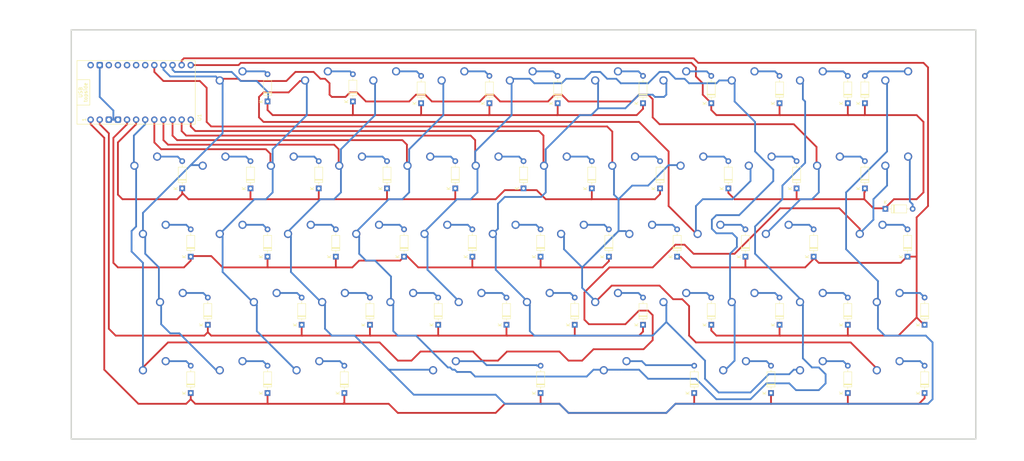
<source format=kicad_pcb>
(kicad_pcb (version 20221018) (generator pcbnew)
  (layers (0 "F.Cu" signal) (31 "B.Cu" signal) (34 "B.Paste" user) (35 "F.Paste" user) (36 "B.SilkS" user "B.Silkscreen") (37 "F.SilkS" user "F.Silkscreen") (38 "B.Mask" user) (39 "F.Mask" user) (44 "Edge.Cuts" user))
  (net 0 "")
  (net 1 "ROW0")
  (net 2 "Net-(D1-A)")
  (net 3 "Net-(D2-A)")
  (net 4 "Net-(D3-A)")
  (net 5 "Net-(D4-A)")
  (net 6 "Net-(D5-A)")
  (net 7 "Net-(D6-A)")
  (net 8 "COL1")
  (net 9 "GND")
  (net 10 "ROW1")
  (net 11 "ROW2")
  (net 12 "ROW3")
  (net 13 "ROW4")
  (net 14 "ROW5")
  (net 15 "ROW6")
  (net 17 "VCC")
  (net 19 "COL0")
  (net 20 "COL2")
  (net 21 "COL3")
  (net 22 "COL4")
  (net 23 "COL5")
  (net 24 "COL6")
  (net 25 "COL7")
  (net 26 "Net-(D7-A)")
  (net 27 "Net-(D8-A)")
  (net 28 "Net-(D9-A)")
  (net 29 "Net-(D10-A)")
  (net 30 "Net-(D11-A)")
  (net 31 "Net-(D12-A)")
  (net 32 "Net-(D13-A)")
  (net 33 "Net-(D14-A)")
  (net 34 "Net-(D15-A)")
  (net 35 "Net-(D16-A)")
  (net 36 "Net-(D17-A)")
  (net 37 "Net-(D18-A)")
  (net 38 "Net-(D19-A)")
  (net 39 "Net-(D20-A)")
  (net 40 "Net-(D21-A)")
  (net 41 "Net-(D22-A)")
  (net 42 "Net-(D23-A)")
  (net 43 "Net-(D24-A)")
  (net 44 "Net-(D25-A)")
  (net 45 "Net-(D26-A)")
  (net 46 "Net-(D27-A)")
  (net 47 "Net-(D28-A)")
  (net 48 "Net-(D29-A)")
  (net 49 "Net-(D30-A)")
  (net 50 "Net-(D31-A)")
  (net 51 "Net-(D32-A)")
  (net 52 "Net-(D33-A)")
  (net 53 "Net-(D34-A)")
  (net 54 "Net-(D35-A)")
  (net 55 "Net-(D36-A)")
  (net 56 "Net-(D37-A)")
  (net 57 "Net-(D38-A)")
  (net 58 "Net-(D39-A)")
  (net 59 "Net-(D40-A)")
  (net 60 "Net-(D41-A)")
  (net 61 "Net-(D42-A)")
  (net 62 "Net-(D43-A)")
  (net 63 "Net-(D44-A)")
  (net 64 "Net-(D45-A)")
  (net 65 "Net-(D46-A)")
  (net 66 "Net-(D47-A)")
  (net 67 "Net-(D48-A)")
  (net 68 "Net-(D49-A)")
  (net 69 "Net-(D50-A)")
  (net 70 "Net-(D51-A)")
  (net 71 "Net-(D52-A)")
  (footprint "Diode_THT:D_DO-35_SOD27_P7.62mm_Horizontal" (layer "F.Cu") (at 240.50625 115.72875 90)
    (fp_text reference "D43" hide)
    (fp_text value "1N4148" hide)
  )
  (footprint "MX_Solderable:MX-Solderable-1U" (layer "F.Cu") (at 211.93125 50.00625)
    (fp_text reference "MX8")
    (fp_text value "MX" hide)
  )
  (footprint "MX_Solderable:MX-Solderable-1U" (layer "F.Cu") (at 107.15625 92.86875)
    (fp_text reference "MX26")
    (fp_text value "MX" hide)
  )
  (footprint "MountingHole:MountingHole_2.2mm_M2" (layer "F.Cu") (at 107.15625 102.39375)
    (fp_text reference "REF**" hide)
    (fp_text value "MountingHole_2.2mm_M2" hide)
  )
  (footprint "Diode_THT:D_DO-35_SOD27_P7.62mm_Horizontal" (layer "F.Cu") (at 240.50625 134.77875 90)
    (fp_text reference "D51" hide)
    (fp_text value "1N4148" hide)
  )
  (footprint "Diode_THT:D_DO-35_SOD27_P7.62mm_Horizontal" (layer "F.Cu") (at 154.78125 96.67875 90)
    (fp_text reference "D28" hide)
    (fp_text value "1N4148" hide)
  )
  (footprint "Diode_THT:D_DO-35_SOD27_P7.62mm_Horizontal" (layer "F.Cu") (at 188.11875 77.62875 90)
    (fp_text reference "D18" hide)
    (fp_text value "1N4148" hide)
  )
  (footprint "Diode_THT:D_DO-35_SOD27_P7.62mm_Horizontal" (layer "F.Cu") (at 102.39375 53.34 90)
    (fp_text reference "D2" hide)
    (fp_text value "1N4148" hide)
  )
  (footprint "Diode_THT:D_DO-35_SOD27_P7.62mm_Horizontal" (layer "F.Cu") (at 219.075 134.77875 90)
    (fp_text reference "D50" hide)
    (fp_text value "1N4148" hide)
  )
  (footprint "MX_Solderable:MX-Solderable-1U" (layer "F.Cu") (at 97.63125 111.91875)
    (fp_text reference "MX36")
    (fp_text value "MX" hide)
  )
  (footprint "MX_Solderable:MX-Solderable-1.75U" (layer "F.Cu") (at 52.3875 111.91875)
    (fp_text reference "MX34")
    (fp_text value "MX" hide)
  )
  (footprint "MountingHole:MountingHole_2.2mm_M2" (layer "F.Cu") (at 100.0125 38.1)
    (fp_text reference "REF**" hide)
    (fp_text value "MountingHole_2.2mm_M2" hide)
  )
  (footprint "Diode_THT:D_DO-35_SOD27_P7.62mm_Horizontal" (layer "F.Cu") (at 107.15625 115.72875 90)
    (fp_text reference "D36" hide)
    (fp_text value "1N4148" hide)
  )
  (footprint "Diode_THT:D_DO-35_SOD27_P7.62mm_Horizontal" (layer "F.Cu") (at 159.54375 53.81625 90)
    (fp_text reference "D5" hide)
    (fp_text value "1N4148" hide)
  )
  (footprint "Diode_THT:D_DO-35_SOD27_P7.62mm_Horizontal" (layer "F.Cu") (at 57.15 96.67875 90)
    (fp_text reference "D23" hide)
    (fp_text value "1N4148" hide)
  )
  (footprint "MountingHole:MountingHole_2.2mm_M2" (layer "F.Cu") (at 271.4625 142.875)
    (fp_text reference "REF**" hide)
    (fp_text value "MountingHole_2.2mm_M2" hide)
  )
  (footprint "Diode_THT:D_DO-35_SOD27_P7.62mm_Horizontal" (layer "F.Cu") (at 57.15 134.77875 90)
    (fp_text reference "D45" hide)
    (fp_text value "1N4148" hide)
  )
  (footprint "Diode_THT:D_DO-35_SOD27_P7.62mm_Horizontal" (layer "F.Cu") (at 61.9125 115.72875 90)
    (fp_text reference "D34" hide)
    (fp_text value "1N4148" hide)
  )
  (footprint "MX_Solderable:MX-Solderable-1U" (layer "F.Cu") (at 121.44375 73.81875)
    (fp_text reference "MX15")
    (fp_text value "MX" hide)
  )
  (footprint "MX_Solderable:MX-Solderable-1.25U" (layer "F.Cu") (at 209.55 130.96875)
    (fp_text reference "MX50")
    (fp_text value "MX" hide)
  )
  (footprint "Diode_THT:D_DO-35_SOD27_P7.62mm_Horizontal" (layer "F.Cu") (at 78.58125 96.67875 90)
    (fp_text reference "D24" hide)
    (fp_text value "1N4148" hide)
  )
  (footprint "MX_Solderable:MX-Solderable-1.75U" (layer "F.Cu") (at 247.65 92.86875)
    (fp_text reference "MX33")
    (fp_text value "MX" hide)
  )
  (footprint "Diode_THT:D_DO-35_SOD27_P7.62mm_Horizontal" (layer "F.Cu") (at 226.21875 77.62875 90)
    (fp_text reference "D20" hide)
    (fp_text value "1N4148" hide)
  )
  (footprint "MountingHole:MountingHole_2.2mm_M2" (layer "F.Cu") (at 100.0125 142.875)
    (fp_text reference "REF**" hide)
    (fp_text value "MountingHole_2.2mm_M2" hide)
  )
  (footprint "Diode_THT:D_DO-35_SOD27_P7.62mm_Horizontal" (layer "F.Cu") (at 169.06875 77.62875 90)
    (fp_text reference "D17" hide)
    (fp_text value "1N4148" hide)
  )
  (footprint "MX_Solderable:MX-Solderable-1U" (layer "F.Cu") (at 145.25625 92.86875)
    (fp_text reference "MX28")
    (fp_text value "MX" hide)
  )
  (footprint "MountingHole:MountingHole_2.2mm_M2" (layer "F.Cu") (at 271.4625 38.1)
    (fp_text reference "REF**" hide)
    (fp_text value "MountingHole_2.2mm_M2" hide)
  )
  (footprint "MX_Solderable:MX-Solderable-1U" (layer "F.Cu") (at 78.58125 111.91875)
    (fp_text reference "MX35")
    (fp_text value "MX" hide)
  )
  (footprint "Diode_THT:D_DO-35_SOD27_P7.62mm_Horizontal" (layer "F.Cu") (at 257.175 96.67875 90)
    (fp_text reference "D33" hide)
    (fp_text value "1N4148" hide)
  )
  (footprint "Diode_THT:D_DO-35_SOD27_P7.62mm_Horizontal" (layer "F.Cu") (at 150.01875 77.62875 90)
    (fp_text reference "D16" hide)
    (fp_text value "1N4148" hide)
  )
  (footprint "Diode_THT:D_DO-35_SOD27_P7.62mm_Horizontal" (layer "F.Cu") (at 140.49375 53.81625 90)
    (fp_text reference "D4" hide)
    (fp_text value "1N4148" hide)
  )
  (footprint "Diode_THT:D_DO-35_SOD27_P7.62mm_Horizontal" (layer "F.Cu") (at 221.45625 53.81625 90)
    (fp_text reference "D8" hide)
    (fp_text value "1N4148" hide)
  )
  (footprint "MountingHole:MountingHole_2.2mm_M2" (layer "F.Cu") (at 28.575 38.1)
    (fp_text reference "REF**" hide)
    (fp_text value "MountingHole_2.2mm_M2" hide)
  )
  (footprint "Diode_THT:D_DO-35_SOD27_P7.62mm_Horizontal" (layer "F.Cu") (at 92.86875 77.62875 90)
    (fp_text reference "D13" hide)
    (fp_text value "1N4148" hide)
  )
  (footprint "MX_Solderable:MX-Solderable-1U" (layer "F.Cu") (at 92.86875 50.00625)
    (fp_text reference "MX2")
    (fp_text value "MX" hide)
  )
  (footprint "MX_Solderable:MX-Solderable-1U" (layer "F.Cu") (at 140.49375 73.81875)
    (fp_text reference "MX16")
    (fp_text value "MX" hide)
  )
  (footprint "Diode_THT:D_DO-35_SOD27_P7.62mm_Horizontal" (layer "F.Cu") (at 54.76875 77.62875 90)
    (fp_text reference "D11" hide)
    (fp_text value "1N4148" hide)
  )
  (footprint "Diode_THT:D_DO-35_SOD27_P7.62mm_Horizontal" (layer "F.Cu") (at 197.64375 134.77875 90)
    (fp_text reference "D49" hide)
    (fp_text value "1N4148" hide)
  )
  (footprint "Diode_THT:D_DO-35_SOD27_P7.62mm_Horizontal" (layer "F.Cu") (at 202.40625 53.81625 90)
    (fp_text reference "D7" hide)
    (fp_text value "1N4148" hide)
  )
  (footprint "MX_Solderable:MX-Solderable-1U" (layer "F.Cu") (at 69.05625 50.00625)
    (fp_text reference "MX1")
    (fp_text value "MX" hide)
  )
  (footprint "Diode_THT:D_DO-35_SOD27_P7.62mm_Horizontal" (layer "F.Cu") (at 73.81875 77.62875 90)
    (fp_text reference "D12" hide)
    (fp_text value "1N4148" hide)
  )
  (footprint "MX_Solderable:MX-Solderable-1.25U" (layer "F.Cu") (at 90.4875 130.96875)
    (fp_text reference "MX47")
    (fp_text value "MX" hide)
  )
  (footprint "Diode_THT:D_DO-35_SOD27_P7.62mm_Horizontal" (layer "F.Cu") (at 207.16875 77.62875 90)
    (fp_text reference "D19" hide)
    (fp_text value "1N4148" hide)
  )
  (footprint "MX_Solderable:MX-Solderable-1U" (layer "F.Cu") (at 150.01875 50.00625)
    (fp_text reference "MX5")
    (fp_text value "MX" hide)
  )
  (footprint "MountingHole:MountingHole_2.2mm_M2" (layer "F.Cu") (at 271.4625 107.15625)
    (fp_text reference "REF**" hide)
    (fp_text value "MountingHole_2.2mm_M2" hide)
  )
  (footprint "MX_Solderable:MX-Solderable-1U" (layer "F.Cu") (at 197.64375 73.81875)
    (fp_text reference "MX19")
    (fp_text value "MX" hide)
  )
  (footprint "Diode_THT:D_DO-35_SOD27_P7.62mm_Horizontal" (layer "F.Cu") (at 192.88125 96.67875 90)
    (fp_text reference "D30" hide)
    (fp_text value "1N4148" hide)
  )
  (footprint "MX_Solderable:MX-Solderable-1U" (layer "F.Cu") (at 83.34375 73.81875)
    (fp_text reference "MX13")
    (fp_text value "MX" hide)
  )
  (footprint "MX_Solderable:MX-Solderable-2.75U-ReversedStabilizers" (layer "F.Cu") (at 128.5875 130.96875)
    (fp_text reference "MX48")
    (fp_text value "MX" hide)
  )
  (footprint "Diode_THT:D_DO-35_SOD27_P7.62mm_Horizontal" (layer "F.Cu") (at 100.0125 134.77875 90)
    (fp_text reference "D47" hide)
    (fp_text value "1N4148" hide)
  )
  (footprint "MX_Solderable:MX-Solderable-1U" (layer "F.Cu") (at 183.35625 92.86875)
    (fp_text reference "MX30")
    (fp_text value "MX" hide)
  )
  (footprint "MountingHole:MountingHole_2.2mm_M2" (layer "F.Cu") (at 28.575 142.875)
    (fp_text reference "REF**" hide)
    (fp_text value "MountingHole_2.2mm_M2" hide)
  )
  (footprint "MX_Solderable:MX-Solderable-1U" (layer "F.Cu") (at 88.10625 92.86875)
    (fp_text reference "MX25")
    (fp_text value "MX" hide)
  )
  (footprint "Diode_THT:D_DO-35_SOD27_P7.62mm_Horizontal" (layer "F.Cu") (at 154.78125 134.77875 90)
    (fp_text reference "D48" hide)
    (fp_text value "1N4148" hide)
  )
  (footprint "MountingHole:MountingHole_2.2mm_M2" (layer "F.Cu") (at 28.575 107.15625)
    (fp_text reference "REF**" hide)
    (fp_text value "MountingHole_2.2mm_M2" hide)
  )
  (footprint "MX_Solderable:MX-Solderable-1.25U" (layer "F.Cu") (at 47.625 130.96875)
    (fp_text reference "MX45")
    (fp_text value "MX" hide)
  )
  (footprint "Diode_THT:D_DO-35_SOD27_P7.62mm_Horizontal" (layer "F.Cu") (at 126.20625 115.72875 90)
    (fp_text reference "D37" hide)
    (fp_text value "1N4148" hide)
  )
  (footprint "Diode_THT:D_DO-35_SOD27_P7.62mm_Horizontal" (layer "F.Cu") (at 202.40625 115.72875 90)
    (fp_text reference "D41" hide)
    (fp_text value "1N4148" hide)
  )
  (footprint "MX_Solderable:MX-Solderable-1.25U" (layer "F.Cu") (at 47.625 92.86875)
    (fp_text reference "MX23")
    (fp_text value "MX" hide)
  )
  (footprint "MX_Solderable:MX-Solderable-1U" (layer "F.Cu") (at 126.20625 92.86875)
    (fp_text reference "MX27")
    (fp_text value "MX" hide)
  )
  (footprint "MX_Solderable:MX-Solderable-2.25U-ReversedStabilizers" (layer "F.Cu") (at 176.2125 130.96875)
    (fp_text reference "MX49")
    (fp_text value "MX" hide)
  )
  (footprint "MX_Solderable:MX-Solderable-1U" (layer "F.Cu") (at 216.69375 73.81875)
    (fp_text reference "MX20")
    (fp_text value "MX" hide)
  )
  (footprint "MX_Solderable:MX-Solderable-1U" (layer "F.Cu") (at 254.79375 73.81875)
    (fp_text reference "MX22")
    (fp_text value "MX" hide)
  )
  (footprint "Diode_THT:D_DO-35_SOD27_P7.62mm_Horizontal" (layer "F.Cu") (at 261.9375 134.77875 90)
    (fp_text reference "D52" hide)
    (fp_text value "1N4148" hide)
  )
  (footprint "Diode_THT:D_DO-35_SOD27_P7.62mm_Horizontal" (layer "F.Cu") (at 221.45625 115.72875 90)
    (fp_text reference "D42" hide)
    (fp_text value "1N4148" hide)
  )
  (footprint "Diode_THT:D_DO-35_SOD27_P7.62mm_Horizontal" (layer "F.Cu") (at 121.44375 53.81625 90)
    (fp_text reference "D3" hide)
    (fp_text value "1N4148" hide)
  )
  (footprint "MX_Solderable:MX-Solderable-1U" (layer "F.Cu") (at 64.29375 73.81875)
    (fp_text reference "MX12")
    (fp_text value "MX" hide)
  )
  (footprint "PCM_marbastlib-xp-promicroish:ProMicro_USBup" (layer "F.Cu") (at 43.18 50.8 90)
    (fp_text reference "U1")
    (fp_text value "ProMicro" hide)
  )
  (footprint "Diode_THT:D_DO-35_SOD27_P7.62mm_Horizontal" (layer "F.Cu") (at 97.63125 96.67875 90)
    (fp_text reference "D25" hide)
    (fp_text value "1N4148" hide)
  )
  (footprint "MountingHole:MountingHole_2.2mm_M2" (layer "F.Cu") (at 200.025 38.1)
    (fp_text reference "REF**" hide)
    (fp_text value "MountingHole_2.2mm_M2" hide)
  )
  (footprint "MountingHole:MountingHole_2.2mm_M2" (layer "F.Cu") (at 235.74375 142.875)
    (fp_text reference "REF**" hide)
    (fp_text value "MountingHole_2.2mm_M2" hide)
  )
  (footprint "MX_Solderable:MX-Solderable-1U" (layer "F.Cu") (at 173.83125 50.00625)
    (fp_text reference "MX6")
    (fp_text value "MX" hide)
  )
  (footprint "MountingHole:MountingHole_2.2mm_M2" (layer "F.Cu") (at 150.01875 83.34375)
    (fp_text reference "REF**" hide)
    (fp_text value "MountingHole_2.2mm_M2" hide)
  )
  (footprint "Diode_THT:D_DO-35_SOD27_P7.62mm_Horizontal" (layer "F.Cu") (at 78.58125 53.34 90)
    (fp_text reference "D1" hide)
    (fp_text value "1N4148" hide)
  )
  (footprint "MX_Solderable:MX-Solderable-1U" (layer "F.Cu") (at 69.05625 92.86875)
    (fp_text reference "MX24")
    (fp_text value "MX" hide)
  )
  (footprint "Diode_THT:D_DO-35_SOD27_P7.62mm_Horizontal" (layer "F.Cu") (at 130.96875 77.62875 90)
    (fp_text reference "D15" hide)
    (fp_text value "1N4148" hide)
  )
  (footprint "MountingHole:MountingHole_2.2mm_M2" (layer "F.Cu") (at 28.575 73.81875)
    (fp_text reference "REF**" hide)
    (fp_text value "MountingHole_2.2mm_M2" hide)
  )
  (footprint "MX_Solderable:MX-Solderable-1U" (layer "F.Cu") (at 254.79375 50.00625)
    (fp_text reference "MX10")
    (fp_text value "MX" hide)
  )
  (footprint "MX_Solderable:MX-Solderable-1U" (layer "F.Cu") (at 235.74375 73.81875)
    (fp_text reference "MX21")
    (fp_text value "MX" hide)
  )
  (footprint "Diode_THT:D_DO-35_SOD27_P7.62mm_Horizontal" (layer "F.Cu") (at 78.58125 134.77875 90)
    (fp_text reference "D46" hide)
    (fp_text value "1N4148" hide)
  )
  (footprint "Diode_THT:D_DO-35_SOD27_P7.62mm_Horizontal" (layer "F.Cu") (at 88.10625 115.72875 90)
    (fp_text reference "D35" hide)
    (fp_text value "1N4148" hide)
  )
  (footprint "Diode_THT:D_DO-35_SOD27_P7.62mm_Horizontal" (layer "F.Cu") (at 116.68125 96.67875 90)
    (fp_text reference "D26" hide)
    (fp_text value "1N4148" hide)
  )
  (footprint "MX_Solderable:MX-Solderable-1U" (layer "F.Cu") (at 178.59375 73.81875)
    (fp_text reference "MX18")
    (fp_text value "MX" hide)
  )
  (footprint "Diode_THT:D_DO-35_SOD27_P7.62mm_Horizontal" (layer "F.Cu") (at 245.26875 53.81625 90)
    (fp_text reference "D10" hide)
    (fp_text value "1N4148" hide)
  )
  (footprint "Diode_THT:D_DO-35_SOD27_P7.62mm_Horizontal" (layer "F.Cu") (at 261.9375 115.72875 90)
    (fp_text reference "D44" hide)
    (fp_text value "1N4148" hide)
  )
  (footprint "MX_Solderable:MX-Solderable-1U" (layer "F.Cu") (at 230.98125 111.91875)
    (fp_text reference "MX43")
    (fp_text value "MX" hide)
  )
  (footprint "Diode_THT:D_DO-35_SOD27_P7.62mm_Horizontal" (layer "F.Cu") (at 240.50625 53.81625 90)
    (fp_text reference "D9" hide)
    (fp_text value "1N4148" hide)
  )
  (footprint "MX_Solderable:MX-Solderable-1U" (layer "F.Cu") (at 164.30625 92.86875)
    (fp_text reference "MX29")
    (fp_text value "MX" hide)
  )
  (footprint "MountingHole:MountingHole_2.2mm_M2" (layer "F.Cu") (at 64.29375 142.875)
    (fp_text reference "REF**" hide)
    (fp_text value "MountingHole_2.2mm_M2" hide)
  )
  (footprint "MX_Solderable:MX-Solderable-1U" (layer "F.Cu") (at 116.68125 111.91875)
    (fp_text reference "MX37")
    (fp_text value "MX" hide)
  )
  (footprint "MountingHole:MountingHole_2.2mm_M2" (layer "F.Cu") (at 271.4625 73.81875)
    (fp_text reference "REF**" hide)
    (fp_text value "MountingHole_2.2mm_M2" hide)
  )
  (footprint "MX_Solderable:MX-Solderable-1U" (layer "F.Cu") (at 159.54375 73.81875)
    (fp_text reference "MX17")
    (fp_text value "MX" hide)
  )
  (footprint "Diode_THT:D_DO-35_SOD27_P7.62mm_Horizontal" (layer "F.Cu") (at 250.98375 83.34375)
    (fp_text reference "D22" hide)
    (fp_text value "1N4148" hide)
  )
  (footprint "Diode_THT:D_DO-35_SOD27_P7.62mm_Horizontal" (layer "F.Cu") (at 164.30625 115.72875 90)
    (fp_text reference "D39" hide)
    (fp_text value "1N4148" hide)
  )
  (footprint "MountingHole:MountingHole_2.2mm_M2" (layer "F.Cu") (at 235.74375 38.1)
    (fp_text reference "REF**" hide)
    (fp_text value "MountingHole_2.2mm_M2" hide)
  )
  (footprint "MX_Solderable:MX-Solderable-1U" (layer "F.Cu") (at 221.45625 92.86875)
    (fp_text reference "MX32")
    (fp_text value "MX" hide)
  )
  (footprint "Diode_THT:D_DO-35_SOD27_P7.62mm_Horizontal" (layer "F.Cu") (at 183.35625 53.81625 90)
    (fp_text reference "D6" hide)
    (fp_text value "1N4148" hide)
  )
  (footprint "Diode_THT:D_DO-35_SOD27_P7.62mm_Horizontal" (layer "F.Cu") (at 145.25625 115.72875 90)
    (fp_text reference "D38" hide)
    (fp_text value "1N4148" hide)
  )
  (footprint "Diode_THT:D_DO-35_SOD27_P7.62mm_Horizontal" (layer "F.Cu") (at 111.91875 77.62875 90)
    (fp_text reference "D14" hide)
    (fp_text value "1N4148" hide)
  )
  (footprint "MX_Solderable:MX-Solderable-1U" (layer "F.Cu") (at 230.98125 130.96875)
    (fp_text reference "MX51")
    (fp_text value "MX" hide)
  )
  (footprint "MX_Solderable:MX-Solderable-1U" (layer "F.Cu") (at 192.88125 50.00625)
    (fp_text reference "MX7")
    (fp_text value "MX" hide)
  )
  (footprint "MX_Solderable:MX-Solderable-1U" (layer "F.Cu") (at 130.96875 50.00625)
    (fp_text reference "MX4")
    (fp_text value "MX" hide)
  )
  (footprint "Diode_THT:D_DO-35_SOD27_P7.62mm_Horizontal" (layer "F.Cu") (at 245.26875 77.62875 90)
    (fp_text reference "D21" hide)
    (fp_text value "1N4148" hide)
  )
  (footprint "MountingHole:MountingHole_2.2mm_M2" (layer "F.Cu") (at 240.50625 102.39375)
    (fp_text reference "REF**" hide)
    (fp_text value "MountingHole_2.2mm_M2" hide)
  )
  (footprint "MountingHole:MountingHole_2.2mm_M2" (layer "F.Cu") (at 59.53125 102.39375)
    (fp_text reference "REF**" hide)
    (fp_text value "MountingHole_2.2mm_M2" hide)
  )
  (footprint "Diode_THT:D_DO-35_SOD27_P7.62mm_Horizontal" (layer "F.Cu") (at 211.93125 96.67875 90)
    (fp_text reference "D31" hide)
    (fp_text value "1N4148" hide)
  )
  (footprint "MX_Solderable:MX-Solderable-1U" (layer "F.Cu") (at 154.78125 111.91875)
    (fp_text reference "MX39")
    (fp_text value "MX" hide)
  )
  (footprint "MX_Solderable:MX-Solderable-1U" (layer "F.Cu") (at 202.40625 92.86875)
    (fp_text reference "MX31")
    (fp_text value "MX" hide)
  )
  (footprint "MX_Solderable:MX-Solderable-1U" (layer "F.Cu") (at 111.91875 50.00625)
    (fp_text reference "MX3")
    (fp_text value "MX" hide)
  )
  (footprint "MX_Solderable:MX-Solderable-1.25U" (layer "F.Cu") (at 252.4125 111.91875)
    (fp_text reference "MX44")
    (fp_text value "MX" hide)
  )
  (footprint "MountingHole:MountingHole_2.2mm_M2" (layer "F.Cu") (at 192.88125 102.39375)
    (fp_text reference "REF**" hide)
    (fp_text value "MountingHole_2.2mm_M2" hide)
  )
  (footprint "MX_Solderable:MX-Solderable-1U" (layer "F.Cu") (at 173.83125 111.91875)
    (fp_text reference "MX40")
    (fp_text value "MX" hide)
  )
  (footprint "MX_Solderable:MX-Solderable-1U" (layer "F.Cu") (at 211.93125 111.91875)
    (fp_text reference "MX42")
    (fp_text value "MX" hide)
  )
  (footprint "MX_Solderable:MX-Solderable-1U" (layer "F.Cu") (at 45.24375 73.81875)
    (fp_text reference "MX11")
    (fp_text value "MX" hide)
  )
  (footprint "Diode_THT:D_DO-35_SOD27_P7.62mm_Horizontal" (layer "F.Cu") (at 183.35625 115.72875 90)
    (fp_text reference "D40" hide)
    (fp_text value "1N4148" hide)
  )
  (footprint "MountingHole:MountingHole_2.2mm_M2" (layer "F.Cu") (at 64.29375 38.1)
    (fp_text reference "REF**" hide)
    (fp_text value "MountingHole_2.2mm_M2" hide)
  )
  (footprint "MX_Solderable:MX-Solderable-1.25U" (layer "F.Cu") (at 252.4125 130.96875)
    (fp_text reference "MX52")
    (fp_text value "MX" hide)
  )
  (footprint "Diode_THT:D_DO-35_SOD27_P7.62mm_Horizontal" (layer "F.Cu") (at 135.73125 96.67875 90)
    (fp_text reference "D27" hide)
    (fp_text value "1N4148" hide)
  )
  (footprint "MX_Solderable:MX-Solderable-1U" (layer "F.Cu") (at 102.39375 73.81875)
    (fp_text reference "MX14")
    (fp_text value "MX" hide)
  )
  (footprint "MX_Solderable:MX-Solderable-1U" (layer "F.Cu") (at 69.05625 130.96875)
    (fp_text reference "MX46")
    (fp_text value "MX" hide)
  )
  (footprint "MX_Solderable:MX-Solderable-1U" (layer "F.Cu") (at 192.88125 111.91875)
    (fp_text reference "MX41")
    (fp_text value "MX" hide)
  )
  (footprint "MX_Solderable:MX-Solderable-1U" (layer "F.Cu") (at 230.98125 50.00625)
    (fp_text reference "MX9")
    (fp_text value "MX" hide)
  )
  (footprint "MX_Solderable:MX-Solderable-1U" (layer "F.Cu") (at 135.73125 111.91875)
    (fp_text reference "MX38")
    (fp_text value "MX" hide)
  )
  (footprint "Diode_THT:D_DO-35_SOD27_P7.62mm_Horizontal" (layer "F.Cu") (at 230.98125 96.67875 90)
    (fp_text reference "D32" hide)
    (fp_text value "1N4148" hide)
  )
  (footprint "Diode_THT:D_DO-35_SOD27_P7.62mm_Horizontal" (layer "F.Cu") (at 173.83125 96.67875 90)
    (fp_text reference "D29" hide)
    (fp_text value "1N4148" hide)
  )
  (footprint "MountingHole:MountingHole_2.2mm_M2" (layer "F.Cu") (at 200.025 142.875)
    (fp_text reference "REF**" hide)
    (fp_text value "MountingHole_2.2mm_M2" hide)
  )
  (gr_rect (start 23.8125 33.3375) (end 276.225 147.6375) (stroke (width 0.4)) (fill none) (layer "Edge.Cuts"))
  (segment (start 183.35625 55.40375) (end 181.61 57.15) (width 0.5) (layer "F.Cu") (net 1))
  (segment (start 78.58125 55.72125) (end 78.58125 53.34) (width 0.5) (layer "F.Cu") (net 1))
  (segment (start 140.335 57.15) (end 121.285 57.15) (width 0.5) (layer "F.Cu") (net 1))
  (segment (start 102.39375 56.99125) (end 102.235 57.15) (width 0.5) (layer "F.Cu") (net 1))
  (segment (start 159.54375 56.99125) (end 159.385 57.15) (width 0.5) (layer "F.Cu") (net 1))
  (segment (start 140.49375 53.81625) (end 140.49375 56.99125) (width 0.5) (layer "F.Cu") (net 1))
  (segment (start 121.44375 53.81625) (end 121.44375 56.99125) (width 0.5) (layer "F.Cu") (net 1))
  (segment (start 183.35625 53.81625) (end 183.35625 55.40375) (width 0.5) (layer "F.Cu") (net 1))
  (segment (start 159.385 57.15) (end 140.335 57.15) (width 0.5) (layer "F.Cu") (net 1))
  (segment (start 121.44375 56.99125) (end 121.285 57.15) (width 0.5) (layer "F.Cu") (net 1))
  (segment (start 102.235 57.15) (end 80.01 57.15) (width 0.5) (layer "F.Cu") (net 1))
  (segment (start 159.54375 53.81625) (end 159.54375 56.99125) (width 0.5) (layer "F.Cu") (net 1))
  (segment (start 181.61 57.15) (end 159.385 57.15) (width 0.5) (layer "F.Cu") (net 1))
  (segment (start 140.49375 56.99125) (end 140.335 57.15) (width 0.5) (layer "F.Cu") (net 1))
  (segment (start 102.39375 53.34) (end 102.39375 56.99125) (width 0.5) (layer "F.Cu") (net 1))
  (segment (start 80.01 57.15) (end 78.58125 55.72125) (width 0.5) (layer "F.Cu") (net 1))
  (segment (start 121.285 57.15) (end 102.235 57.15) (width 0.5) (layer "F.Cu") (net 1))
  (segment (start 75.565 47.625) (end 71.12 47.625) (width 0.5) (layer "B.Cu") (net 1))
  (segment (start 78.58125 53.34) (end 78.58125 52.86375) (width 0.5) (layer "B.Cu") (net 1))
  (segment (start 71.12 47.625) (end 68.58 45.085) (width 0.5) (layer "B.Cu") (net 1))
  (segment (start 78.74 50.8) (end 75.565 47.625) (width 0.5) (layer "B.Cu") (net 1))
  (segment (start 78.74 52.705) (end 78.74 50.8) (width 0.5) (layer "B.Cu") (net 1))
  (segment (start 68.58 45.085) (end 52.705 45.085) (width 0.5) (layer "B.Cu") (net 1))
  (segment (start 52.07 44.45) (end 52.07 43.18) (width 0.5) (layer "B.Cu") (net 1))
  (segment (start 52.705 45.085) (end 52.07 44.45) (width 0.5) (layer "B.Cu") (net 1))
  (segment (start 78.58125 52.86375) (end 78.74 52.705) (width 0.5) (layer "B.Cu") (net 1))
  (segment (start 77.7875 44.92625) (end 78.58125 45.72) (width 0.5) (layer "B.Cu") (net 2))
  (segment (start 71.59625 44.92625) (end 77.7875 44.92625) (width 0.5) (layer "B.Cu") (net 2))
  (segment (start 95.40875 44.92625) (end 101.6 44.92625) (width 0.5) (layer "B.Cu") (net 3))
  (segment (start 101.6 44.92625) (end 102.39375 45.72) (width 0.5) (layer "B.Cu") (net 3))
  (segment (start 114.45875 44.92625) (end 120.17375 44.92625) (width 0.5) (layer "B.Cu") (net 4))
  (segment (start 120.17375 44.92625) (end 121.44375 46.19625) (width 0.5) (layer "B.Cu") (net 4))
  (segment (start 133.50875 44.92625) (end 139.22375 44.92625) (width 0.5) (layer "B.Cu") (net 5))
  (segment (start 139.22375 44.92625) (end 140.49375 46.19625) (width 0.5) (layer "B.Cu") (net 5))
  (segment (start 152.55875 44.92625) (end 158.27375 44.92625) (width 0.5) (layer "B.Cu") (net 6))
  (segment (start 158.27375 44.92625) (end 159.54375 46.19625) (width 0.5) (layer "B.Cu") (net 6))
  (segment (start 176.37125 44.92625) (end 182.08625 44.92625) (width 0.5) (layer "B.Cu") (net 7))
  (segment (start 182.08625 44.92625) (end 183.35625 46.19625) (width 0.5) (layer "B.Cu") (net 7))
  (segment (start 118.11 53.34) (end 120.015 51.435) (width 0.5) (layer "F.Cu") (net 8))
  (segment (start 156.845 53.34) (end 158.75 51.435) (width 0.5) (layer "F.Cu") (net 8))
  (segment (start 231.775 71.12) (end 231.775 66.04) (width 0.5) (layer "F.Cu") (net 8))
  (segment (start 70.485 46.99) (end 65.7225 46.99) (width 0.5) (layer "F.Cu") (net 8))
  (segment (start 141.605 51.435) (end 143.51 53.34) (width 0.5) (layer "F.Cu") (net 8))
  (segment (start 93.345 46.99) (end 94.615 46.99) (width 0.5) (layer "F.Cu") (net 8))
  (segment (start 100.33 52.07) (end 101.6 50.8) (width 0.5) (layer "F.Cu") (net 8))
  (segment (start 139.7 51.435) (end 141.605 51.435) (width 0.5) (layer "F.Cu") (net 8))
  (segment (start 83.82 47.625) (end 86.36 45.085) (width 0.5) (layer "F.Cu") (net 8))
  (segment (start 231.93375 71.27875) (end 231.775 71.12) (width 0.5) (layer "F.Cu") (net 8))
  (segment (start 94.615 46.99) (end 95.885 48.26) (width 0.5) (layer "F.Cu") (net 8))
  (segment (start 186.055 57.785) (end 186.055 52.705) (width 0.5) (layer "F.Cu") (net 8))
  (segment (start 231.775 66.04) (end 225.425 59.69) (width 0.5) (layer "F.Cu") (net 8))
  (segment (start 162.56 53.34) (end 180.34 53.34) (width 0.5) (layer "F.Cu") (net 8))
  (segment (start 65.7225 46.99) (end 65.24625 47.46625) (width 0.5) (layer "F.Cu") (net 8))
  (segment (start 137.795 53.34) (end 139.7 51.435) (width 0.5) (layer "F.Cu") (net 8))
  (segment (start 103.505 50.8) (end 106.045 53.34) (width 0.5) (layer "F.Cu") (net 8))
  (segment (start 124.46 53.34) (end 137.795 53.34) (width 0.5) (layer "F.Cu") (net 8))
  (segment (start 158.75 51.435) (end 160.655 51.435) (width 0.5) (layer "F.Cu") (net 8))
  (segment (start 120.015 51.435) (end 122.555 51.435) (width 0.5) (layer "F.Cu") (net 8))
  (segment (start 187.96 59.69) (end 186.055 57.785) (width 0.5) (layer "F.Cu") (net 8))
  (segment (start 86.36 45.085) (end 91.44 45.085) (width 0.5) (layer "F.Cu") (net 8))
  (segment (start 95.885 51.435) (end 96.52 52.07) (width 0.5) (layer "F.Cu") (net 8))
  (segment (start 106.045 53.34) (end 118.11 53.34) (width 0.5) (layer "F.Cu") (net 8))
  (segment (start 182.245 51.435) (end 184.785 51.435) (width 0.5) (layer "F.Cu") (net 8))
  (segment (start 122.555 51.435) (end 124.46 53.34) (width 0.5) (layer "F.Cu") (net 8))
  (segment (start 184.785 51.435) (end 186.055 52.705) (width 0.5) (layer "F.Cu") (net 8))
  (segment (start 70.485 46.99) (end 71.12 47.625) (width 0.5) (layer "F.Cu") (net 8))
  (segment (start 143.51 53.34) (end 156.845 53.34) (width 0.5) (layer "F.Cu") (net 8))
  (segment (start 225.425 59.69) (end 187.96 59.69) (width 0.5) (layer "F.Cu") (net 8))
  (segment (start 160.655 51.435) (end 162.56 53.34) (width 0.5) (layer "F.Cu") (net 8))
  (segment (start 96.52 52.07) (end 100.33 52.07) (width 0.5) (layer "F.Cu") (net 8))
  (segment (start 91.44 45.085) (end 93.345 46.99) (width 0.5) (layer "F.Cu") (net 8))
  (segment (start 95.885 48.26) (end 95.885 51.435) (width 0.5) (layer "F.Cu") (net 8))
  (segment (start 101.6 50.8) (end 103.505 50.8) (width 0.5) (layer "F.Cu") (net 8))
  (segment (start 71.12 47.625) (end 83.82 47.625) (width 0.5) (layer "F.Cu") (net 8))
  (segment (start 180.34 53.34) (end 182.245 51.435) (width 0.5) (layer "F.Cu") (net 8))
  (segment (start 48.26 99.695) (end 44.45 95.885) (width 0.5) (layer "B.Cu") (net 8))
  (segment (start 48.5775 108.9025) (end 48.26 108.585) (width 0.5) (layer "B.Cu") (net 8))
  (segment (start 51.435 46.355) (end 64.135 46.355) (width 0.5) (layer "B.Cu") (net 8))
  (segment (start 51.435 118.11) (end 48.895 115.57) (width 0.5) (layer "B.Cu") (net 8))
  (segment (start 49.53 44.45) (end 51.435 46.355) (width 0.5) (layer "B.Cu") (net 8))
  (segment (start 57.15 71.12) (end 66.04 62.23) (width 0.5) (layer "B.Cu") (net 8))
  (segment (start 65.24625 128.42875) (end 65.0875 128.27) (width 0.5) (layer "B.Cu") (net 8))
  (segment (start 65.0875 128.27) (end 64.135 128.27) (width 0.5) (layer "B.Cu") (net 8))
  (segment (start 60.48375 71.27875) (end 60.325 71.12) (width 0.5) (layer "B.Cu") (net 8))
  (segment (start 48.26 108.585) (end 48.26 99.695) (width 0.5) (layer "B.Cu") (net 8))
  (segment (start 48.895 115.57) (end 48.895 109.69625) (width 0.5) (layer "B.Cu") (net 8))
  (segment (start 232.41 78.74) (end 232.41 71.755) (width 0.5) (layer "B.Cu") (net 8))
  (segment (start 64.135 46.355) (end 65.24625 47.46625) (width 0.5) (layer "B.Cu") (net 8))
  (segment (start 44.45 90.96375) (end 43.815 90.32875) (width 0.5) (layer "B.Cu") (net 8))
  (segment (start 48.5775 109.37875) (end 48.5775 108.9025) (width 0.5) (layer "B.Cu") (net 8))
  (segment (start 230.505 80.645) (end 232.41 78.74) (width 0.5) (layer "B.Cu") (net 8))
  (segment (start 227.33 80.645) (end 230.505 80.645) (width 0.5) (layer "B.Cu") (net 8))
  (segment (start 57.15 71.12) (end 43.815 84.455) (width 0.5) (layer "B.Cu") (net 8))
  (segment (start 48.895 109.69625) (end 48.5775 109.37875) (width 0.5) (layer "B.Cu") (net 8))
  (segment (start 49.53 43.18) (end 49.53 44.45) (width 0.5) (layer "B.Cu") (net 8))
  (segment (start 217.64625 90.32875) (end 227.33 80.645) (width 0.5) (layer "B.Cu") (net 8))
  (segment (start 60.325 71.12) (end 57.15 71.12) (width 0.5) (layer "B.Cu") (net 8))
  (segment (start 44.45 95.885) (end 44.45 90.96375) (width 0.5) (layer "B.Cu") (net 8))
  (segment (start 43.815 84.455) (end 43.815 90.32875) (width 0.5) (layer "B.Cu") (net 8))
  (segment (start 232.41 71.755) (end 231.93375 71.27875) (width 0.5) (layer "B.Cu") (net 8))
  (segment (start 66.04 62.23) (end 66.04 48.26) (width 0.5) (layer "B.Cu") (net 8))
  (segment (start 53.975 118.11) (end 51.435 118.11) (width 0.5) (layer "B.Cu") (net 8))
  (segment (start 64.135 128.27) (end 53.975 118.11) (width 0.5) (layer "B.Cu") (net 8))
  (segment (start 66.04 48.26) (end 65.24625 47.46625) (width 0.5) (layer "B.Cu") (net 8))
  (segment (start 35.56 58.42) (end 35.56 55.88) (width 0.5) (layer "B.Cu") (net 9))
  (segment (start 36.83 58.42) (end 35.56 58.42) (width 0.5) (layer "B.Cu") (net 9))
  (segment (start 35.56 58.42) (end 34.29 58.42) (width 0.5) (layer "B.Cu") (net 9))
  (segment (start 35.56 55.88) (end 31.75 52.07) (width 0.5) (layer "B.Cu") (net 9))
  (segment (start 31.75 52.07) (end 31.75 43.18) (width 0.5) (layer "B.Cu") (net 9))
  (segment (start 169.06875 77.62875) (end 169.06875 80.48625) (width 0.5) (layer "F.Cu") (net 10))
  (segment (start 41.91 58.42) (end 41.91 59.69) (width 0.5) (layer "F.Cu") (net 10))
  (segment (start 130.96875 80.48625) (end 130.81 80.645) (width 0.5) (layer "F.Cu") (net 10))
  (segment (start 73.81875 77.62875) (end 73.81875 80.48625) (width 0.5) (layer "F.Cu") (net 10))
  (segment (start 142.24 80.645) (end 130.81 80.645) (width 0.5) (layer "F.Cu") (net 10))
  (segment (start 38.1 80.645) (end 53.34 80.645) (width 0.5) (layer "F.Cu") (net 10))
  (segment (start 150.495 78.105) (end 153.67 78.105) (width 0.5) (layer "F.Cu") (net 10))
  (segment (start 54.76875 79.21625) (end 54.76875 78.89875) (width 0.5) (layer "F.Cu") (net 10))
  (segment (start 54.76875 78.89875) (end 54.76875 77.62875) (width 0.5) (layer "F.Cu") (net 10))
  (segment (start 169.06875 80.48625) (end 168.91 80.645) (width 0.5) (layer "F.Cu") (net 10))
  (segment (start 111.91875 80.48625) (end 111.76 80.645) (width 0.5) (layer "F.Cu") (net 10))
  (segment (start 150.01875 77.62875) (end 150.495 78.105) (width 0.5) (layer "F.Cu") (net 10))
  (segment (start 168.91 80.645) (end 156.21 80.645) (width 0.5) (layer "F.Cu") (net 10))
  (segment (start 53.34 80.645) (end 54.76875 79.21625) (width 0.5) (layer "F.Cu") (net 10))
  (segment (start 130.81 80.645) (end 111.76 80.645) (width 0.5) (layer "F.Cu") (net 10))
  (segment (start 36.83 64.77) (end 36.83 79.375) (width 0.5) (layer "F.Cu") (net 10))
  (segment (start 144.78 78.105) (end 142.24 80.645) (width 0.5) (layer "F.Cu") (net 10))
  (segment (start 153.67 78.105) (end 156.21 80.645) (width 0.5) (layer "F.Cu") (net 10))
  (segment (start 56.515 80.645) (end 54.76875 78.89875) (width 0.5) (layer "F.Cu") (net 10))
  (segment (start 92.71 80.645) (end 73.66 80.645) (width 0.5) (layer "F.Cu") (net 10))
  (segment (start 111.91875 77.62875) (end 111.91875 80.48625) (width 0.5) (layer "F.Cu") (net 10))
  (segment (start 111.76 80.645) (end 92.71 80.645) (width 0.5) (layer "F.Cu") (net 10))
  (segment (start 188.11875 77.62875) (end 188.11875 79.21625) (width 0.5) (layer "F.Cu") (net 10))
  (segment (start 149.225 78.105) (end 144.78 78.105) (width 0.5) (layer "F.Cu") (net 10))
  (segment (start 73.81875 80.48625) (end 73.66 80.645) (width 0.5) (layer "F.Cu") (net 10))
  (segment (start 73.66 80.645) (end 56.515 80.645) (width 0.5) (layer "F.Cu") (net 10))
  (segment (start 92.86875 77.62875) (end 92.86875 80.48625) (width 0.5) (layer "F.Cu") (net 10))
  (segment (start 92.86875 80.48625) (end 92.71 80.645) (width 0.5) (layer "F.Cu") (net 10))
  (segment (start 130.96875 77.62875) (end 130.96875 80.48625) (width 0.5) (layer "F.Cu") (net 10))
  (segment (start 36.83 79.375) (end 38.1 80.645) (width 0.5) (layer "F.Cu") (net 10))
  (segment (start 41.91 59.69) (end 36.83 64.77) (width 0.5) (layer "F.Cu") (net 10))
  (segment (start 186.69 80.645) (end 168.91 80.645) (width 0.5) (layer "F.Cu") (net 10))
  (segment (start 188.11875 79.21625) (end 186.69 80.645) (width 0.5) (layer "F.Cu") (net 10))
  (segment (start 135.89 99.695) (end 154.94 99.695) (width 0.5) (layer "F.Cu") (net 11))
  (segment (start 135.73125 99.53625) (end 135.89 99.695) (width 0.5) (layer "F.Cu") (net 11))
  (segment (start 172.085 99.695) (end 173.83125 97.94875) (width 0.5) (layer "F.Cu") (net 11))
  (segment (start 39.37 59.69) (end 35.56 63.5) (width 0.5) (layer "F.Cu") (net 11))
  (segment (start 66.04 99.695) (end 78.74 99.695) (width 0.5) (layer "F.Cu") (net 11))
  (segment (start 78.58125 96.67875) (end 78.58125 99.53625) (width 0.5) (layer "F.Cu") (net 11))
  (segment (start 173.83125 97.94875) (end 173.83125 96.67875) (width 0.5) (layer "F.Cu") (net 11))
  (segment (start 97.79 99.695) (end 102.235 99.695) (width 0.5) (layer "F.Cu") (net 11))
  (segment (start 115.57 97.79) (end 116.68125 96.67875) (width 0.5) (layer "F.Cu") (net 11))
  (segment (start 102.235 99.695) (end 104.14 97.79) (width 0.5) (layer "F.Cu") (net 11))
  (segment (start 116.84 96.52) (end 117.475 96.52) (width 0.5) (layer "F.Cu") (net 11))
  (segment (start 97.63125 96.67875) (end 97.63125 99.53625) (width 0.5) (layer "F.Cu") (net 11))
  (segment (start 120.65 99.695) (end 135.89 99.695) (width 0.5) (layer "F.Cu") (net 11))
  (segment (start 154.78125 96.67875) (end 154.78125 99.53625) (width 0.5) (layer "F.Cu") (net 11))
  (segment (start 57.15 96.67875) (end 57.15 97.79) (width 0.5) (layer "F.Cu") (net 11))
  (segment (start 104.14 97.79) (end 115.57 97.79) (width 0.5) (layer "F.Cu") (net 11))
  (segment (start 78.58125 99.53625) (end 78.74 99.695) (width 0.5) (layer "F.Cu") (net 11))
  (segment (start 78.74 99.695) (end 97.79 99.695) (width 0.5) (layer "F.Cu") (net 11))
  (segment (start 97.63125 99.53625) (end 97.79 99.695) (width 0.5) (layer "F.Cu") (net 11))
  (segment (start 39.37 58.42) (end 39.37 59.69) (width 0.5) (layer "F.Cu") (net 11))
  (segment (start 57.15 96.67875) (end 57.15 96.52) (width 0.5) (layer "F.Cu") (net 11))
  (segment (start 135.73125 96.67875) (end 135.73125 99.53625) (width 0.5) (layer "F.Cu") (net 11))
  (segment (start 35.56 63.5) (end 35.56 98.425) (width 0.5) (layer "F.Cu") (net 11))
  (segment (start 36.83 99.695) (end 55.245 99.695) (width 0.5) (layer "F.Cu") (net 11))
  (segment (start 116.68125 96.67875) (end 116.84 96.52) (width 0.5) (layer "F.Cu") (net 11))
  (segment (start 117.475 96.52) (end 120.65 99.695) (width 0.5) (layer "F.Cu") (net 11))
  (segment (start 55.245 99.695) (end 57.15 97.79) (width 0.5) (layer "F.Cu") (net 11))
  (segment (start 154.78125 99.53625) (end 154.94 99.695) (width 0.5) (layer "F.Cu") (net 11))
  (segment (start 62.865 96.52) (end 66.04 99.695) (width 0.5) (layer "F.Cu") (net 11))
  (segment (start 57.15 96.52) (end 62.865 96.52) (width 0.5) (layer "F.Cu") (net 11))
  (segment (start 154.94 99.695) (end 172.085 99.695) (width 0.5) (layer "F.Cu") (net 11))
  (segment (start 35.56 98.425) (end 36.83 99.695) (width 0.5) (layer "F.Cu") (net 11))
  (segment (start 36.195 118.745) (end 60.96 118.745) (width 0.5) (layer "F.Cu") (net 12))
  (segment (start 182.245 118.745) (end 164.465 118.745) (width 0.5) (layer "F.Cu") (net 12))
  (segment (start 145.415 118.745) (end 126.365 118.745) (width 0.5) (layer "F.Cu") (net 12))
  (segment (start 88.265 118.745) (end 62.865 118.745) (width 0.5) (layer "F.Cu") (net 12))
  (segment (start 126.20625 118.58625) (end 126.365 118.745) (width 0.5) (layer "F.Cu") (net 12))
  (segment (start 164.30625 118.58625) (end 164.465 118.745) (width 0.5) (layer "F.Cu") (net 12))
  (segment (start 145.25625 118.58625) (end 145.415 118.745) (width 0.5) (layer "F.Cu") (net 12))
  (segment (start 61.9125 117.7925) (end 61.9125 115.72875) (width 0.5) (layer "F.Cu") (net 12))
  (segment (start 31.75 59.69) (end 34.29 62.23) (width 0.5) (layer "F.Cu") (net 12))
  (segment (start 34.29 62.23) (end 34.29 116.84) (width 0.5) (layer "F.Cu") (net 12))
  (segment (start 164.30625 115.72875) (end 164.30625 118.58625) (width 0.5) (layer "F.Cu") (net 12))
  (segment (start 31.75 58.42) (end 31.75 59.69) (width 0.5) (layer "F.Cu") (net 12))
  (segment (start 126.365 118.745) (end 107.315 118.745) (width 0.5) (layer "F.Cu") (net 12))
  (segment (start 62.865 118.745) (end 61.9125 117.7925) (width 0.5) (layer "F.Cu") (net 12))
  (segment (start 145.25625 115.72875) (end 145.25625 118.58625) (width 0.5) (layer "F.Cu") (net 12))
  (segment (start 126.20625 115.72875) (end 126.20625 118.58625) (width 0.5) (layer "F.Cu") (net 12))
  (segment (start 88.10625 118.58625) (end 88.265 118.745) (width 0.5) (layer "F.Cu") (net 12))
  (segment (start 34.29 116.84) (end 36.195 118.745) (width 0.5) (layer "F.Cu") (net 12))
  (segment (start 107.15625 118.58625) (end 107.315 118.745) (width 0.5) (layer "F.Cu") (net 12))
  (segment (start 107.15625 115.72875) (end 107.15625 118.58625) (width 0.5) (layer "F.Cu") (net 12))
  (segment (start 88.10625 115.72875) (end 88.10625 118.58625) (width 0.5) (layer "F.Cu") (net 12))
  (segment (start 183.35625 117.63375) (end 182.245 118.745) (width 0.5) (layer "F.Cu") (net 12))
  (segment (start 107.315 118.745) (end 88.265 118.745) (width 0.5) (layer "F.Cu") (net 12))
  (segment (start 164.465 118.745) (end 145.415 118.745) (width 0.5) (layer "F.Cu") (net 12))
  (segment (start 60.96 118.745) (end 61.9125 117.7925) (width 0.5) (layer "F.Cu") (net 12))
  (segment (start 183.35625 115.72875) (end 183.35625 117.63375) (width 0.5) (layer "F.Cu") (net 12))
  (segment (start 226.21875 80.48625) (end 226.06 80.645) (width 0.5) (layer "F.Cu") (net 13))
  (segment (start 226.21875 77.62875) (end 226.21875 80.48625) (width 0.5) (layer "F.Cu") (net 13))
  (segment (start 240.50625 53.81625) (end 240.50625 56.99125) (width 0.5) (layer "F.Cu") (net 13))
  (segment (start 208.915 80.645) (end 207.16875 78.89875) (width 0.5) (layer "F.Cu") (net 13))
  (segment (start 245.11 57.15) (end 259.715 57.15) (width 0.5) (layer "F.Cu") (net 13))
  (segment (start 202.40625 55.72125) (end 202.40625 53.81625) (width 0.5) (layer "F.Cu") (net 13))
  (segment (start 259.715 80.645) (end 253.365 80.645) (width 0.5) (layer "F.Cu") (net 13))
  (segment (start 240.50625 56.99125) (end 240.665 57.15) (width 0.5) (layer "F.Cu") (net 13))
  (segment (start 250.825 83.185) (end 247.65 83.185) (width 0.5) (layer "F.Cu") (net 13))
  (segment (start 226.06 80.645) (end 208.915 80.645) (width 0.5) (layer "F.Cu") (net 13))
  (segment (start 245.26875 78.58125) (end 245.26875 77.62875) (width 0.5) (layer "F.Cu") (net 13))
  (segment (start 259.715 57.15) (end 261.62 59.055) (width 0.5) (layer "F.Cu") (net 13))
  (segment (start 245.11 80.645) (end 226.06 80.645) (width 0.5) (layer "F.Cu") (net 13))
  (segment (start 221.45625 56.99125) (end 221.615 57.15) (width 0.5) (layer "F.Cu") (net 13))
  (segment (start 196.85 42.545) (end 198.12 43.815) (width 0.5) (layer "F.Cu") (net 13))
  (segment (start 70.485 43.18) (end 71.12 42.545) (width 0.5) (layer "F.Cu") (net 13))
  (segment (start 251.46 82.8675) (end 250.98375 83.34375) (width 0.5) (layer "F.Cu") (net 13))
  (segment (start 250.98375 83.34375) (end 250.825 83.185) (width 0.5) (layer "F.Cu") (net 13))
  (segment (start 261.62 78.74) (end 259.715 80.645) (width 0.5) (layer "F.Cu") (net 13))
  (segment (start 245.11 80.645) (end 245.11 78.74) (width 0.5) (layer "F.Cu") (net 13))
  (segment (start 198.12 46.355) (end 200.025 48.26) (width 0.5) (layer "F.Cu") (net 13))
  (segment (start 247.65 83.185) (end 245.11 80.645) (width 0.5) (layer "F.Cu") (net 13))
  (segment (start 71.12 42.545) (end 196.85 42.545) (width 0.5) (layer "F.Cu") (net 13))
  (segment (start 251.46 82.55) (end 251.46 82.8675) (width 0.5) (layer "F.Cu") (net 13))
  (segment (start 203.835 57.15) (end 202.40625 55.72125) (width 0.5) (layer "F.Cu") (net 13))
  (segment (start 245.11 78.74) (end 245.26875 78.58125) (width 0.5) (layer "F.Cu") (net 13))
  (segment (start 198.12 43.815) (end 198.12 46.355) (width 0.5) (layer "F.Cu") (net 13))
  (segment (start 245.26875 53.81625) (end 245.26875 56.99125) (width 0.5) (layer "F.Cu") (net 13))
  (segment (start 261.62 59.055) (end 261.62 78.74) (width 0.5) (layer "F.Cu") (net 13))
  (segment (start 221.45625 53.81625) (end 221.45625 56.99125) (width 0.5) (layer "F.Cu") (net 13))
  (segment (start 200.025 51.435) (end 202.40625 53.81625) (width 0.5) (layer "F.Cu") (net 13))
  (segment (start 207.16875 78.89875) (end 207.16875 77.62875) (width 0.5) (layer "F.Cu") (net 13))
  (segment (start 240.665 57.15) (end 221.615 57.15) (width 0.5) (layer "F.Cu") (net 13))
  (segment (start 245.26875 56.99125) (end 245.11 57.15) (width 0.5) (layer "F.Cu") (net 13))
  (segment (start 57.15 43.18) (end 70.485 43.18) (width 0.5) (layer "F.Cu") (net 13))
  (segment (start 240.665 57.15) (end 245.11 57.15) (width 0.5) (layer "F.Cu") (net 13))
  (segment (start 200.025 48.26) (end 200.025 51.435) (width 0.5) (layer "F.Cu") (net 13))
  (segment (start 221.615 57.15) (end 203.835 57.15) (width 0.5) (layer "F.Cu") (net 13))
  (segment (start 253.365 80.645) (end 251.46 82.55) (width 0.5) (layer "F.Cu") (net 13))
  (segment (start 203.835 118.745) (end 202.40625 117.31625) (width 0.5) (layer "F.Cu") (net 14))
  (segment (start 255.27 98.425) (end 257.01625 96.67875) (width 0.5) (layer "F.Cu") (net 14))
  (segment (start 262.89 82.55) (end 262.89 43.815) (width 0.5) (layer "F.Cu") (net 14))
  (segment (start 261.62 42.545) (end 198.755 42.545) (width 0.5) (layer "F.Cu") (net 14))
  (segment (start 259.55625 96.67875) (end 257.175 96.67875) (width 0.5) (layer "F.Cu") (net 14))
  (segment (start 193.83375 96.67875) (end 192.88125 96.67875) (width 0.5) (layer "F.Cu") (net 14))
  (segment (start 240.665 118.745) (end 221.615 118.745) (width 0.5) (layer "F.Cu") (net 14))
  (segment (start 240.50625 118.58625) (end 240.665 118.745) (width 0.5) (layer "F.Cu") (net 14))
  (segment (start 198.755 42.545) (end 197.485 41.275) (width 0.5) (layer "F.Cu") (net 14))
  (segment (start 262.89 43.815) (end 261.62 42.545) (width 0.5) (layer "F.Cu") (net 14))
  (segment (start 211.93125 99.53625) (end 212.09 99.695) (width 0.5) (layer "F.Cu") (net 14))
  (segment (start 196.85 99.695) (end 212.09 99.695) (width 0.5) (layer "F.Cu") (net 14))
  (segment (start 212.09 99.695) (end 228.6 99.695) (width 0.5) (layer "F.Cu") (net 14))
  (segment (start 230.98125 96.99625) (end 230.98125 96.67875) (width 0.5) (layer "F.Cu") (net 14))
  (segment (start 221.45625 115.72875) (end 221.45625 118.58625) (width 0.5) (layer "F.Cu") (net 14))
  (segment (start 240.50625 115.72875) (end 240.50625 118.58625) (width 0.5) (layer "F.Cu") (net 14))
  (segment (start 211.93125 96.67875) (end 211.93125 99.53625) (width 0.5) (layer "F.Cu") (net 14))
  (segment (start 259.715 96.52) (end 259.715 85.725) (width 0.5) (layer "F.Cu") (net 14))
  (segment (start 232.41 98.425) (end 230.98125 96.99625) (width 0.5) (layer "F.Cu") (net 14))
  (segment (start 257.01625 96.67875) (end 257.175 96.67875) (width 0.5) (layer "F.Cu") (net 14))
  (segment (start 203.835 118.745) (end 221.615 118.745) (width 0.5) (layer "F.Cu") (net 14))
  (segment (start 202.40625 117.31625) (end 202.40625 115.72875) (width 0.5) (layer "F.Cu") (net 14))
  (segment (start 232.41 98.425) (end 255.27 98.425) (width 0.5) (layer "F.Cu") (net 14))
  (segment (start 54.61 41.91) (end 54.61 43.18) (width 0.5) (layer "F.Cu") (net 14))
  (segment (start 197.485 41.275) (end 55.245 41.275) (width 0.5) (layer "F.Cu") (net 14))
  (segment (start 259.715 85.725) (end 262.89 82.55) (width 0.5) (layer "F.Cu") (net 14))
  (segment (start 240.665 118.745) (end 254.635 118.745) (width 0.5) (layer "F.Cu") (net 14))
  (segment (start 259.715 113.665) (end 254.635 118.745) (width 0.5) (layer "F.Cu") (net 14))
  (segment (start 261.77875 115.72875) (end 259.715 113.665) (width 0.5) (layer "F.Cu") (net 14))
  (segment (start 228.6 99.695) (end 230.98125 97.31375) (width 0.5) (layer "F.Cu") (net 14))
  (segment (start 221.45625 118.58625) (end 221.615 118.745) (width 0.5) (layer "F.Cu") (net 14))
  (segment (start 55.245 41.275) (end 54.61 41.91) (width 0.5) (layer "F.Cu") (net 14))
  (segment (start 261.9375 115.72875) (end 261.77875 115.72875) (width 0.5) (layer "F.Cu") (net 14))
  (segment (start 196.85 99.695) (end 193.83375 96.67875) (width 0.5) (layer "F.Cu") (net 14))
  (segment (start 259.715 113.665) (end 259.715 96.52) (width 0.5) (layer "F.Cu") (net 14))
  (segment (start 230.98125 97.31375) (end 230.98125 96.67875) (width 0.5) (layer "F.Cu") (net 14))
  (segment (start 259.715 96.52) (end 259.55625 96.67875) (width 0.5) (layer "F.Cu") (net 14))
  (segment (start 100.0125 134.77875) (end 100.0125 137.4775) (width 0.5) (layer "F.Cu") (net 15))
  (segment (start 57.15 134.77875) (end 57.15 136.525) (width 0.5) (layer "F.Cu") (net 15))
  (segment (start 78.74 137.795) (end 99.695 137.795) (width 0.5) (layer "F.Cu") (net 15))
  (segment (start 197.64375 137.63625) (end 197.485 137.795) (width 0.5) (layer "F.Cu") (net 15))
  (segment (start 154.78125 134.77875) (end 154.78125 137.63625) (width 0.5) (layer "F.Cu") (net 15))
  (segment (start 112.395 137.795) (end 114.935 140.335) (width 0.5) (layer "F.Cu") (net 15))
  (segment (start 197.64375 134.77875) (end 197.64375 137.63625) (width 0.5) (layer "F.Cu") (net 15))
  (segment (start 142.24 140.335) (end 144.78 137.795) (width 0.5) (layer "F.Cu") (net 15))
  (segment (start 100.0125 137.4775) (end 99.695 137.795) (width 0.5) (layer "F.Cu") (net 15))
  (segment (start 144.78 137.795) (end 154.94 137.795) (width 0.5) (layer "F.Cu") (net 15))
  (segment (start 154.94 137.795) (end 160.02 137.795) (width 0.5) (layer "F.Cu") (net 15))
  (segment (start 189.865 140.335) (end 192.405 137.795) (width 0.5) (layer "F.Cu") (net 15))
  (segment (start 192.405 137.795) (end 197.485 137.795) (width 0.5) (layer "F.Cu") (net 15))
  (segment (start 240.50625 134.77875) (end 240.50625 137.63625) (width 0.5) (layer "F.Cu") (net 15))
  (segment (start 240.665 137.795) (end 260.35 137.795) (width 0.5) (layer "F.Cu") (net 15))
  (segment (start 33.02 128.27) (end 42.545 137.795) (width 0.5) (layer "F.Cu") (net 15))
  (segment (start 42.545 137.795) (end 55.88 137.795) (width 0.5) (layer "F.Cu") (net 15))
  (segment (start 55.88 137.795) (end 57.15 136.525) (width 0.5) (layer "F.Cu") (net 15))
  (segment (start 78.58125 134.77875) (end 78.58125 137.63625) (width 0.5) (layer "F.Cu") (net 15))
  (segment (start 162.56 140.335) (end 189.865 140.335) (width 0.5) (layer "F.Cu") (net 15))
  (segment (start 219.075 137.795) (end 240.665 137.795) (width 0.5) (layer "F.Cu") (net 15))
  (segment (start 78.58125 137.63625) (end 78.74 137.795) (width 0.5) (layer "F.Cu") (net 15))
  (segment (start 29.21 58.42) (end 29.21 59.69) (width 0.5) (layer "F.Cu") (net 15))
  (segment (start 114.935 140.335) (end 142.24 140.335) (width 0.5) (layer "F.Cu") (net 15))
  (segment (start 261.9375 134.77875) (end 261.9375 136.2075) (width 0.5) (layer "F.Cu") (net 15))
  (segment (start 154.78125 137.63625) (end 154.94 137.795) (width 0.5) (layer "F.Cu") (net 15))
  (segment (start 29.21 59.69) (end 33.02 63.5) (width 0.5) (layer "F.Cu") (net 15))
  (segment (start 160.02 137.795) (end 162.56 140.335) (width 0.5) (layer "F.Cu") (net 15))
  (segment (start 240.50625 137.63625) (end 240.665 137.795) (width 0.5) (layer "F.Cu") (net 15))
  (segment (start 197.485 137.795) (end 219.075 137.795) (width 0.5) (layer "F.Cu") (net 15))
  (segment (start 99.695 137.795) (end 112.395 137.795) (width 0.5) (layer "F.Cu") (net 15))
  (segment (start 57.15 136.525) (end 58.42 137.795) (width 0.5) (layer "F.Cu") (net 15))
  (segment (start 261.9375 136.2075) (end 260.35 137.795) (width 0.5) (layer "F.Cu") (net 15))
  (segment (start 219.075 134.77875) (end 219.075 137.795) (width 0.5) (layer "F.Cu") (net 15))
  (segment (start 58.42 137.795) (end 78.74 137.795) (width 0.5) (layer "F.Cu") (net 15))
  (segment (start 33.02 63.5) (end 33.02 128.27) (width 0.5) (layer "F.Cu") (net 15))
  (segment (start 221.615 83.185) (end 238.125 83.185) (width 0.5) (layer "F.Cu") (net 19))
  (segment (start 238.125 83.185) (end 243.84 88.9) (width 0.5) (layer "F.Cu") (net 19))
  (segment (start 192.405 93.345) (end 194.945 93.345) (width 0.5) (layer "F.Cu") (net 19))
  (segment (start 138.43 125.73) (end 142.875 125.73) (width 0.5) (layer "F.Cu") (net 19))
  (segment (start 243.84 88.9) (end 243.84 90.32875) (width 0.5) (layer "F.Cu") (net 19))
  (segment (start 178.435 115.57) (end 168.275 115.57) (width 0.5) (layer "F.Cu") (net 19))
  (segment (start 186.055 99.695) (end 192.405 93.345) (width 0.5) (layer "F.Cu") (net 19))
  (segment (start 197.485 95.885) (end 208.915 95.885) (width 0.5) (layer "F.Cu") (net 19))
  (segment (start 169.545 122.555) (end 183.515 122.555) (width 0.5) (layer "F.Cu") (net 19))
  (segment (start 208.915 95.885) (end 221.615 83.185) (width 0.5) (layer "F.Cu") (net 19))
  (segment (start 173.99 99.695) (end 186.055 99.695) (width 0.5) (layer "F.Cu") (net 19))
  (segment (start 194.945 93.345) (end 197.485 95.885) (width 0.5) (layer "F.Cu") (net 19))
  (segment (start 166.37 125.73) (end 169.545 122.555) (width 0.5) (layer "F.Cu") (net 19))
  (segment (start 167.005 106.68) (end 173.99 99.695) (width 0.5) (layer "F.Cu") (net 19))
  (segment (start 145.415 123.19) (end 160.02 123.19) (width 0.5) (layer "F.Cu") (net 19))
  (segment (start 162.56 125.73) (end 166.37 125.73) (width 0.5) (layer "F.Cu") (net 19))
  (segment (start 114.935 125.73) (end 118.745 125.73) (width 0.5) (layer "F.Cu") (net 19))
  (segment (start 43.815 127.635) (end 50.8 120.65) (width 0.5) (layer "F.Cu") (net 19))
  (segment (start 118.745 125.73) (end 121.285 123.19) (width 0.5) (layer "F.Cu") (net 19))
  (segment (start 183.515 122.555) (end 186.055 120.015) (width 0.5) (layer "F.Cu") (net 19))
  (segment (start 167.005 114.3) (end 167.005 106.68) (width 0.5) (layer "F.Cu") (net 19))
  (segment (start 160.02 123.19) (end 162.56 125.73) (width 0.5) (layer "F.Cu") (net 19))
  (segment (start 168.275 115.57) (end 167.005 114.3) (width 0.5) (layer "F.Cu") (net 19))
  (segment (start 184.785 111.76) (end 182.245 111.76) (width 0.5) (layer "F.Cu") (net 19))
  (segment (start 109.855 120.65) (end 114.935 125.73) (width 0.5) (layer "F.Cu") (net 19))
  (segment (start 182.245 111.76) (end 178.435 115.57) (width 0.5) (layer "F.Cu") (net 19))
  (segment (start 121.285 123.19) (end 135.89 123.19) (width 0.5) (layer "F.Cu") (net 19))
  (segment (start 50.8 120.65) (end 109.855 120.65) (width 0.5) (layer "F.Cu") (net 19))
  (segment (start 142.875 125.73) (end 145.415 123.19) (width 0.5) (layer "F.Cu") (net 19))
  (segment (start 186.055 113.03) (end 184.785 111.76) (width 0.5) (layer "F.Cu") (net 19))
  (segment (start 135.89 123.19) (end 138.43 125.73) (width 0.5) (layer "F.Cu") (net 19))
  (segment (start 43.815 128.42875) (end 43.815 127.635) (width 0.5) (layer "F.Cu") (net 19))
  (segment (start 186.055 120.015) (end 186.055 113.03) (width 0.5) (layer "F.Cu") (net 19))
  (segment (start 243.84 90.17) (end 247.65 86.36) (width 0.5) (layer "B.Cu") (net 19))
  (segment (start 243.84 90.32875) (end 243.84 90.17) (width 0.5) (layer "B.Cu") (net 19))
  (segment (start 41.91 88.265) (end 41.91 71.755) (width 0.5) (layer "B.Cu") (net 19))
  (segment (start 41.91 71.755) (end 41.43375 71.27875) (width 0.5) (layer "B.Cu") (net 19))
  (segment (start 247.65 86.36) (end 247.65 80.645) (width 0.5) (layer "B.Cu") (net 19))
  (segment (start 251.46 71.755) (end 250.98375 71.27875) (width 0.5) (layer "B.Cu") (net 19))
  (segment (start 41.275 71.12) (end 41.275 70.485) (width 0.5) (layer "B.Cu") (net 19))
  (segment (start 247.65 80.645) (end 251.46 76.835) (width 0.5) (layer "B.Cu") (net 19))
  (segment (start 44.45 59.69) (end 44.45 58.42) (width 0.5) (layer "B.Cu") (net 19))
  (segment (start 40.64 89.535) (end 41.91 88.265) (width 0.5) (layer "B.Cu") (net 19))
  (segment (start 251.46 76.835) (end 251.46 71.755) (width 0.5) (layer "B.Cu") (net 19))
  (segment (start 40.64 95.25) (end 40.64 89.535) (width 0.5) (layer "B.Cu") (net 19))
  (segment (start 43.815 128.42875) (end 43.815 98.425) (width 0.5) (layer "B.Cu") (net 19))
  (segment (start 41.275 70.485) (end 41.275 62.865) (width 0.5) (layer "B.Cu") (net 19))
  (segment (start 41.275 62.865) (end 44.45 59.69) (width 0.5) (layer "B.Cu") (net 19))
  (segment (start 41.43375 71.27875) (end 41.275 71.12) (width 0.5) (layer "B.Cu") (net 19))
  (segment (start 43.815 98.425) (end 40.64 95.25) (width 0.5) (layer "B.Cu") (net 19))
  (segment (start 48.895 66.675) (end 46.99 64.77) (width 0.5) (layer "F.Cu") (net 20))
  (segment (start 78.105 66.675) (end 48.895 66.675) (width 0.5) (layer "F.Cu") (net 20))
  (segment (start 76.2 52.07) (end 76.2 57.785) (width 0.5) (layer "F.Cu") (net 20))
  (segment (start 198.27875 90.32875) (end 198.59625 90.32875) (width 0.5) (layer "F.Cu") (net 20))
  (segment (start 79.53375 71.27875) (end 79.375 71.12) (width 0.5) (layer "F.Cu") (net 20))
  (segment (start 46.99 64.77) (end 46.99 58.42) (width 0.5) (layer "F.Cu") (net 20))
  (segment (start 77.47 59.055) (end 182.245 59.055) (width 0.5) (layer "F.Cu") (net 20))
  (segment (start 79.375 71.12) (end 79.375 67.945) (width 0.5) (layer "F.Cu") (net 20))
  (segment (start 77.47 50.8) (end 84.455 50.8) (width 0.5) (layer "F.Cu") (net 20))
  (segment (start 190.5 67.31) (end 190.5 82.55) (width 0.5) (layer "F.Cu") (net 20))
  (segment (start 77.47 50.8) (end 76.2 52.07) (width 0.5) (layer "F.Cu") (net 20))
  (segment (start 88.9 47.625) (end 87.63 47.625) (width 0.5) (layer "F.Cu") (net 20))
  (segment (start 89.05875 47.46625) (end 88.9 47.625) (width 0.5) (layer "F.Cu") (net 20))
  (segment (start 79.375 67.945) (end 78.105 66.675) (width 0.5) (layer "F.Cu") (net 20))
  (segment (start 182.245 59.055) (end 190.5 67.31) (width 0.5) (layer "F.Cu") (net 20))
  (segment (start 190.5 82.55) (end 198.27875 90.32875) (width 0.5) (layer "F.Cu") (net 20))
  (segment (start 84.455 50.8) (end 87.63 47.625) (width 0.5) (layer "F.Cu") (net 20))
  (segment (start 76.2 57.785) (end 77.47 59.055) (width 0.5) (layer "F.Cu") (net 20))
  (segment (start 198.12 90.17) (end 198.12 82.55) (width 0.5) (layer "B.Cu") (net 20))
  (segment (start 74.6125 109.22) (end 74.295 109.22) (width 0.5) (layer "B.Cu") (net 20))
  (segment (start 80.01 71.12) (end 80.01 66.675) (width 0.5) (layer "B.Cu") (net 20))
  (segment (start 66.04 91.1225) (end 65.24625 90.32875) (width 0.5) (layer "B.Cu") (net 20))
  (segment (start 74.77125 109.37875) (end 74.6125 109.22) (width 0.5) (layer "B.Cu") (net 20))
  (segment (start 198.59625 90.32875) (end 198.4375 90.17) (width 0.5) (layer "B.Cu") (net 20))
  (segment (start 80.01 66.675) (end 89.535 57.15) (width 0.5) (layer "B.Cu") (net 20))
  (segment (start 78.105 80.645) (end 80.01 78.74) (width 0.5) (layer "B.Cu") (net 20))
  (segment (start 86.6775 128.42875) (end 86.51875 128.42875) (width 0.5) (layer "B.Cu") (net 20))
  (segment (start 89.535 57.15) (end 89.535 47.9425) (width 0.5) (layer "B.Cu") (net 20))
  (segment (start 75.581819 110.189319) (end 74.77125 109.37875) (width 0.5) (layer "B.Cu") (net 20))
  (segment (start 198.12 82.55) (end 200.025 80.645) (width 0.5) (layer "B.Cu") (net 20))
  (segment (start 79.85125 71.27875) (end 80.01 71.12) (width 0.5) (layer "B.Cu") (net 20))
  (segment (start 213.36 71.755) (end 212.88375 71.27875) (width 0.5) (layer "B.Cu") (net 20))
  (segment (start 198.4375 90.17) (end 198.12 90.17) (width 0.5) (layer "B.Cu") (net 20))
  (segment (start 79.53375 71.27875) (end 79.85125 71.27875) (width 0.5) (layer "B.Cu") (net 20))
  (segment (start 75.581819 117.491819) (end 75.581819 110.189319) (width 0.5) (layer "B.Cu") (net 20))
  (segment (start 80.01 71.755) (end 79.53375 71.27875) (width 0.5) (layer "B.Cu") (net 20))
  (segment (start 89.535 47.9425) (end 89.05875 47.46625) (width 0.5) (layer "B.Cu") (net 20))
  (segment (start 200.025 80.645) (end 208.28 80.645) (width 0.5) (layer "B.Cu") (net 20))
  (segment (start 66.04 100.965) (end 66.04 91.1225) (width 0.5) (layer "B.Cu") (net 20))
  (segment (start 208.28 80.645) (end 213.36 75.565) (width 0.5) (layer "B.Cu") (net 20))
  (segment (start 65.24625 90.32875) (end 74.93 80.645) (width 0.5) (layer "B.Cu") (net 20))
  (segment (start 213.36 75.565) (end 213.36 71.755) (width 0.5) (layer "B.Cu") (net 20))
  (segment (start 86.51875 128.42875) (end 75.581819 117.491819) (width 0.5) (layer "B.Cu") (net 20))
  (segment (start 80.01 78.74) (end 80.01 71.755) (width 0.5) (layer "B.Cu") (net 20))
  (segment (start 74.295 109.22) (end 66.04 100.965) (width 0.5) (layer "B.Cu") (net 20))
  (segment (start 74.93 80.645) (end 78.105 80.645) (width 0.5) (layer "B.Cu") (net 20))
  (segment (start 50.8 65.405) (end 49.53 64.135) (width 0.5) (layer "F.Cu") (net 21))
  (segment (start 98.58375 71.27875) (end 98.425 71.12) (width 0.5) (layer "F.Cu") (net 21))
  (segment (start 98.425 71.12) (end 98.425 66.675) (width 0.5) (layer "F.Cu") (net 21))
  (segment (start 49.53 58.42) (end 49.53 64.135) (width 0.5) (layer "F.Cu") (net 21))
  (segment (start 98.425 66.675) (end 97.155 65.405) (width 0.5) (layer "F.Cu") (net 21))
  (segment (start 97.155 65.405) (end 50.8 65.405) (width 0.5) (layer "F.Cu") (net 21))
  (segment (start 251.46 67.31) (end 251.46 47.9425) (width 0.5) (layer "B.Cu") (net 21))
  (segment (start 124.46 128.27) (end 124.61875 128.42875) (width 0.5) (layer "B.Cu") (net 21))
  (segment (start 160.02 137.795) (end 162.56 140.335) (width 0.5) (layer "B.Cu") (net 21))
  (segment (start 93.82125 109.37875) (end 94.615 110.1725) (width 0.5) (layer "B.Cu") (net 21))
  (segment (start 99.06 78.74) (end 99.06 71.755) (width 0.5) (layer "B.Cu") (net 21))
  (segment (start 264.16 120.65) (end 262.255 118.745) (width 0.5) (layer "B.Cu") (net 21))
  (segment (start 93.6625 109.22) (end 93.345 109.22) (width 0.5) (layer "B.Cu") (net 21))
  (segment (start 84.455 90.17) (end 84.455 89.535) (width 0.5) (layer "B.Cu") (net 21))
  (segment (start 85.106819 100.981819) (end 85.106819 91.139319) (width 0.5) (layer "B.Cu") (net 21))
  (segment (start 99.06 66.675) (end 108.585 57.15) (width 0.5) (layer "B.Cu") (net 21))
  (segment (start 144.78 137.795) (end 160.02 137.795) (width 0.5) (layer "B.Cu") (net 21))
  (segment (start 262.255 118.745) (end 250.825 118.745) (width 0.5) (layer "B.Cu") (net 21))
  (segment (start 112.395 128.27) (end 124.46 128.27) (width 0.5) (layer "B.Cu") (net 21))
  (segment (start 108.585 47.9425) (end 108.10875 47.46625) (width 0.5) (layer "B.Cu") (net 21))
  (segment (start 119.38 135.255) (end 142.24 135.255) (width 0.5) (layer "B.Cu") (net 21))
  (segment (start 108.585 57.15) (end 108.585 47.9425) (width 0.5) (layer "B.Cu") (net 21))
  (segment (start 124.61875 128.42875) (end 124.7775 128.42875) (width 0.5) (layer "B.Cu") (net 21))
  (segment (start 94.615 110.1725) (end 94.615 116.84) (width 0.5) (layer "B.Cu") (net 21))
  (segment (start 112.395 128.27) (end 119.38 135.255) (width 0.5) (layer "B.Cu") (net 21))
  (segment (start 99.06 71.755) (end 98.58375 71.27875) (width 0.5) (layer "B.Cu") (net 21))
  (segment (start 96.52 118.745) (end 102.87 118.745) (width 0.5) (layer "B.Cu") (net 21))
  (segment (start 93.345 109.22) (end 85.106819 100.981819) (width 0.5) (layer "B.Cu") (net 21))
  (segment (start 162.56 140.335) (end 189.865 140.335) (width 0.5) (layer "B.Cu") (net 21))
  (segment (start 240.03 78.74) (end 251.46 67.31) (width 0.5) (layer "B.Cu") (net 21))
  (segment (start 251.46 47.9425) (end 250.98375 47.46625) (width 0.5) (layer "B.Cu") (net 21))
  (segment (start 93.82125 109.37875) (end 93.6625 109.22) (width 0.5) (layer "B.Cu") (net 21))
  (segment (start 248.92 103.505) (end 240.03 94.615) (width 0.5) (layer "B.Cu") (net 21))
  (segment (start 99.06 70.8025) (end 99.06 66.675) (width 0.5) (layer "B.Cu") (net 21))
  (segment (start 248.6025 109.37875) (end 248.76125 109.37875) (width 0.5) (layer "B.Cu") (net 21))
  (segment (start 93.345 80.645) (end 97.155 80.645) (width 0.5) (layer "B.Cu") (net 21))
  (segment (start 98.58375 71.27875) (end 99.06 70.8025) (width 0.5) (layer "B.Cu") (net 21))
  (segment (start 94.615 116.84) (end 96.52 118.745) (width 0.5) (layer "B.Cu") (net 21))
  (segment (start 84.455 89.535) (end 93.345 80.645) (width 0.5) (layer "B.Cu") (net 21))
  (segment (start 264.16 136.525) (end 264.16 120.65) (width 0.5) (layer "B.Cu") (net 21))
  (segment (start 250.825 118.745) (end 248.92 116.84) (width 0.5) (layer "B.Cu") (net 21))
  (segment (start 248.76125 109.37875) (end 248.92 109.22) (width 0.5) (layer "B.Cu") (net 21))
  (segment (start 84.29625 90.32875) (end 84.455 90.17) (width 0.5) (layer "B.Cu") (net 21))
  (segment (start 248.92 116.84) (end 248.92 109.69625) (width 0.5) (layer "B.Cu") (net 21))
  (segment (start 102.87 118.745) (end 112.395 128.27) (width 0.5) (layer "B.Cu") (net 21))
  (segment (start 262.89 137.795) (end 264.16 136.525) (width 0.5) (layer "B.Cu") (net 21))
  (segment (start 142.24 135.255) (end 144.78 137.795) (width 0.5) (layer "B.Cu") (net 21))
  (segment (start 85.106819 91.139319) (end 84.29625 90.32875) (width 0.5) (layer "B.Cu") (net 21))
  (segment (start 97.155 80.645) (end 99.06 78.74) (width 0.5) (layer "B.Cu") (net 21))
  (segment (start 189.865 140.335) (end 192.405 137.795) (width 0.5) (layer "B.Cu") (net 21))
  (segment (start 248.92 109.69625) (end 248.6025 109.37875) (width 0.5) (layer "B.Cu") (net 21))
  (segment (start 192.405 137.795) (end 262.89 137.795) (width 0.5) (layer "B.Cu") (net 21))
  (segment (start 248.92 109.22) (end 248.92 103.505) (width 0.5) (layer "B.Cu") (net 21))
  (segment (start 240.03 94.615) (end 240.03 78.74) (width 0.5) (layer "B.Cu") (net 21))
  (segment (start 116.205 64.135) (end 53.34 64.135) (width 0.5) (layer "F.Cu") (net 22))
  (segment (start 117.475 71.12) (end 117.475 65.405) (width 0.5) (layer "F.Cu") (net 22))
  (segment (start 53.34 64.135) (end 52.07 62.865) (width 0.5) (layer "F.Cu") (net 22))
  (segment (start 117.63375 71.27875) (end 117.475 71.12) (width 0.5) (layer "F.Cu") (net 22))
  (segment (start 52.07 62.865) (end 52.07 58.42) (width 0.5) (layer "F.Cu") (net 22))
  (segment (start 117.475 65.405) (end 116.205 64.135) (width 0.5) (layer "F.Cu") (net 22))
  (segment (start 172.72 128.27) (end 182.245 128.27) (width 0.5) (layer "B.Cu") (net 22))
  (segment (start 222.25 76.835) (end 228.6 70.485) (width 0.5) (layer "B.Cu") (net 22))
  (segment (start 217.805 132.08) (end 224.155 132.08) (width 0.5) (layer "B.Cu") (net 22))
  (segment (start 131.445 128.905) (end 130.81 128.27) (width 0.5) (layer "B.Cu") (net 22))
  (segment (start 228.6 53.34) (end 227.965 52.705) (width 0.5) (layer "B.Cu") (net 22))
  (segment (start 227.965 48.26) (end 227.17125 47.46625) (width 0.5) (layer "B.Cu") (net 22))
  (segment (start 104.156819 91.139319) (end 103.34625 90.32875) (width 0.5) (layer "B.Cu") (net 22))
  (segment (start 136.525 130.175) (end 135.255 128.905) (width 0.5) (layer "B.Cu") (net 22))
  (segment (start 227.965 125.095) (end 227.965 121.301819) (width 0.5) (layer "B.Cu") (net 22))
  (segment (start 120.015 118.745) (end 114.935 118.745) (width 0.5) (layer "B.Cu") (net 22))
  (segment (start 227.33 108.585) (end 214.63 95.885) (width 0.5) (layer "B.Cu") (net 22))
  (segment (start 128.905 127.635) (end 120.015 118.745) (width 0.5) (layer "B.Cu") (net 22))
  (segment (start 172.24375 128.42875) (end 172.085 128.27) (width 0.5) (layer "B.Cu") (net 22))
  (segment (start 227.981819 110.189319) (end 227.17125 109.37875) (width 0.5) (layer "B.Cu") (net 22))
  (segment (start 118.11 70.8025) (end 118.11 66.675) (width 0.5) (layer "B.Cu") (net 22))
  (segment (start 127.635 57.15) (end 127.635 47.9425) (width 0.5) (layer "B.Cu") (net 22))
  (segment (start 214.63 88.265) (end 222.25 80.645) (width 0.5) (layer "B.Cu") (net 22))
  (segment (start 113.665 110.1725) (end 112.87125 109.37875) (width 0.5) (layer "B.Cu") (net 22))
  (segment (start 103.505 89.535) (end 112.395 80.645) (width 0.5) (layer "B.Cu") (net 22))
  (segment (start 118.11 78.74) (end 118.11 71.755) (width 0.5) (layer "B.Cu") (net 22))
  (segment (start 172.4025 128.42875) (end 172.24375 128.42875) (width 0.5) (layer "B.Cu") (net 22))
  (segment (start 112.395 80.645) (end 116.205 80.645) (width 0.5) (layer "B.Cu") (net 22))
  (segment (start 135.255 128.905) (end 131.445 128.905) (width 0.5) (layer "B.Cu") (net 22))
  (segment (start 227.965 121.301819) (end 227.981819 121.285) (width 0.5) (layer "B.Cu") (net 22))
  (segment (start 114.935 118.745) (end 113.665 117.475) (width 0.5) (layer "B.Cu") (net 22))
  (segment (start 227.965 52.705) (end 227.965 48.26) (width 0.5) (layer "B.Cu") (net 22))
  (segment (start 103.34625 90.32875) (end 103.505 90.17) (width 0.5) (layer "B.Cu") (net 22))
  (segment (start 113.665 117.475) (end 113.665 110.1725) (width 0.5) (layer "B.Cu") (net 22))
  (segment (start 227.17125 109.37875) (end 227.33 109.22) (width 0.5) (layer "B.Cu") (net 22))
  (segment (start 118.11 78.74) (end 116.205 80.645) (width 0.5) (layer "B.Cu") (net 22))
  (segment (start 227.981819 121.285) (end 227.981819 110.189319) (width 0.5) (layer "B.Cu") (net 22))
  (segment (start 213.36 136.525) (end 217.805 132.08) (width 0.5) (layer "B.Cu") (net 22))
  (segment (start 167.64 130.175) (end 136.525 130.175) (width 0.5) (layer "B.Cu") (net 22))
  (segment (start 234.315 132.08) (end 234.315 129.54) (width 0.5) (layer "B.Cu") (net 22))
  (segment (start 226.06 133.985) (end 232.41 133.985) (width 0.5) (layer "B.Cu") (net 22))
  (segment (start 172.56125 128.42875) (end 172.72 128.27) (width 0.5) (layer "B.Cu") (net 22))
  (segment (start 230.505 127.635) (end 227.965 125.095) (width 0.5) (layer "B.Cu") (net 22))
  (segment (start 234.315 129.54) (end 232.41 127.635) (width 0.5) (layer "B.Cu") (net 22))
  (segment (start 106.045 97.79) (end 104.156819 95.901819) (width 0.5) (layer "B.Cu") (net 22))
  (segment (start 222.25 80.645) (end 222.25 76.835) (width 0.5) (layer "B.Cu") (net 22))
  (segment (start 214.63 95.885) (end 214.63 88.265) (width 0.5) (layer "B.Cu") (net 22))
  (segment (start 169.545 128.27) (end 167.64 130.175) (width 0.5) (layer "B.Cu") (net 22))
  (segment (start 227.33 109.22) (end 227.33 108.585) (width 0.5) (layer "B.Cu") (net 22))
  (segment (start 232.41 133.985) (end 234.315 132.08) (width 0.5) (layer "B.Cu") (net 22))
  (segment (start 118.11 66.675) (end 127.635 57.15) (width 0.5) (layer "B.Cu") (net 22))
  (segment (start 117.63375 71.27875) (end 118.11 70.8025) (width 0.5) (layer "B.Cu") (net 22))
  (segment (start 232.41 127.635) (end 230.505 127.635) (width 0.5) (layer "B.Cu") (net 22))
  (segment (start 130.175 128.27) (end 129.54 127.635) (width 0.5) (layer "B.Cu") (net 22))
  (segment (start 130.81 128.27) (end 130.175 128.27) (width 0.5) (layer "B.Cu") (net 22))
  (segment (start 104.156819 95.901819) (end 104.156819 91.139319) (width 0.5) (layer "B.Cu") (net 22))
  (segment (start 129.54 127.635) (end 128.905 127.635) (width 0.5) (layer "B.Cu") (net 22))
  (segment (start 172.4025 128.42875) (end 172.56125 128.42875) (width 0.5) (layer "B.Cu") (net 22))
  (segment (start 224.155 132.08) (end 226.06 133.985) (width 0.5) (layer "B.Cu") (net 22))
  (segment (start 103.505 90.17) (end 103.505 89.535) (width 0.5) (layer "B.Cu") (net 22))
  (segment (start 113.03 102.235) (end 108.585 97.79) (width 0.5) (layer "B.Cu") (net 22))
  (segment (start 112.87125 109.37875) (end 113.03 109.22) (width 0.5) (layer "B.Cu") (net 22))
  (segment (start 184.785 130.81) (end 198.12 130.81) (width 0.5) (layer "B.Cu") (net 22))
  (segment (start 203.835 136.525) (end 213.36 136.525) (width 0.5) (layer "B.Cu") (net 22))
  (segment (start 113.03 109.22) (end 113.03 102.235) (width 0.5) (layer "B.Cu") (net 22))
  (segment (start 108.585 97.79) (end 106.045 97.79) (width 0.5) (layer "B.Cu") (net 22))
  (segment (start 182.245 128.27) (end 184.785 130.81) (width 0.5) (layer "B.Cu") (net 22))
  (segment (start 198.12 130.81) (end 203.835 136.525) (width 0.5) (layer "B.Cu") (net 22))
  (segment (start 118.11 71.755) (end 117.63375 71.27875) (width 0.5) (layer "B.Cu") (net 22))
  (segment (start 172.085 128.27) (end 169.545 128.27) (width 0.5) (layer "B.Cu") (net 22))
  (segment (start 228.6 70.485) (end 228.6 53.34) (width 0.5) (layer "B.Cu") (net 22))
  (segment (start 127.635 47.9425) (end 127.15875 47.46625) (width 0.5) (layer "B.Cu") (net 22))
  (segment (start 136.525 64.135) (end 135.255 62.865) (width 0.5) (layer "F.Cu") (net 23))
  (segment (start 136.68375 71.27875) (end 136.525 71.12) (width 0.5) (layer "F.Cu") (net 23))
  (segment (start 136.525 71.12) (end 136.525 64.135) (width 0.5) (layer "F.Cu") (net 23))
  (segment (start 55.88 62.865) (end 54.61 61.595) (width 0.5) (layer "F.Cu") (net 23))
  (segment (start 135.255 62.865) (end 55.88 62.865) (width 0.5) (layer "F.Cu") (net 23))
  (segment (start 54.61 61.595) (end 54.61 58.42) (width 0.5) (layer "F.Cu") (net 23))
  (segment (start 207.645 95.885) (end 209.55 93.98) (width 0.5) (layer "B.Cu") (net 23))
  (segment (start 210.185 85.09) (end 219.71 75.565) (width 0.5) (layer "B.Cu") (net 23))
  (segment (start 137.16 71.755) (end 136.68375 71.27875) (width 0.5) (layer "B.Cu") (net 23))
  (segment (start 146.20875 47.46625) (end 146.685 46.99) (width 0.5) (layer "B.Cu") (net 23))
  (segment (start 122.555 90.17) (end 122.555 89.535) (width 0.5) (layer "B.Cu") (net 23))
  (segment (start 208.915 125.73) (end 208.915 110.1725) (width 0.5) (layer "B.Cu") (net 23))
  (segment (start 123.206819 91.139319) (end 122.39625 90.32875) (width 0.5) (layer "B.Cu") (net 23))
  (segment (start 214.63 59.055) (end 208.915 53.34) (width 0.5) (layer "B.Cu") (net 23))
  (segment (start 203.835 85.09) (end 210.185 85.09) (width 0.5) (layer "B.Cu") (net 23))
  (segment (start 135.255 80.645) (end 137.16 78.74) (width 0.5) (layer "B.Cu") (net 23))
  (segment (start 132.08 109.22) (end 123.206819 100.346819) (width 0.5) (layer "B.Cu") (net 23))
  (segment (start 146.685 57.15) (end 146.685 47.9425) (width 0.5) (layer "B.Cu") (net 23))
  (segment (start 208.915 110.1725) (end 208.12125 109.37875) (width 0.5) (layer "B.Cu") (net 23))
  (segment (start 208.915 48.26) (end 208.12125 47.46625) (width 0.5) (layer "B.Cu") (net 23))
  (segment (start 161.925 46.99) (end 167.005 46.99) (width 0.5) (layer "B.Cu") (net 23))
  (segment (start 206.375 128.27) (end 208.915 125.73) (width 0.5) (layer "B.Cu") (net 23))
  (segment (start 123.206819 100.346819) (end 123.206819 91.139319) (width 0.5) (layer "B.Cu") (net 23))
  (segment (start 202.565 86.36) (end 203.835 85.09) (width 0.5) (layer "B.Cu") (net 23))
  (segment (start 214.63 67.31) (end 214.63 59.055) (width 0.5) (layer "B.Cu") (net 23))
  (segment (start 207.645 108.9025) (end 207.645 95.885) (width 0.5) (layer "B.Cu") (net 23))
  (segment (start 171.45 45.085) (end 173.355 46.99) (width 0.5) (layer "B.Cu") (net 23))
  (segment (start 136.68375 71.27875) (end 136.525 71.12) (width 0.5) (layer "B.Cu") (net 23))
  (segment (start 209.55 91.44) (end 208.28 90.17) (width 0.5) (layer "B.Cu") (net 23))
  (segment (start 136.525 71.12) (end 136.525 67.31) (width 0.5) (layer "B.Cu") (net 23))
  (segment (start 194.945 46.99) (end 196.215 48.26) (width 0.5) (layer "B.Cu") (net 23))
  (segment (start 208.28 90.17) (end 203.835 90.17) (width 0.5) (layer "B.Cu") (net 23))
  (segment (start 205.74 128.42875) (end 205.89875 128.27) (width 0.5) (layer "B.Cu") (net 23))
  (segment (start 160.655 48.26) (end 161.925 46.99) (width 0.5) (layer "B.Cu") (net 23))
  (segment (start 192.405 46.99) (end 194.945 46.99) (width 0.5) (layer "B.Cu") (net 23))
  (segment (start 202.565 88.9) (end 202.565 86.36) (width 0.5) (layer "B.Cu") (net 23))
  (segment (start 146.685 47.9425) (end 146.20875 47.46625) (width 0.5) (layer "B.Cu") (net 23))
  (segment (start 219.71 75.565) (end 219.71 72.39) (width 0.5) (layer "B.Cu") (net 23))
  (segment (start 153.035 48.26) (end 160.655 48.26) (width 0.5) (layer "B.Cu") (net 23))
  (segment (start 203.835 90.17) (end 202.565 88.9) (width 0.5) (layer "B.Cu") (net 23))
  (segment (start 151.765 46.99) (end 153.035 48.26) (width 0.5) (layer "B.Cu") (net 23))
  (segment (start 209.55 93.98) (end 209.55 91.44) (width 0.5) (layer "B.Cu") (net 23))
  (segment (start 219.71 72.39) (end 214.63 67.31) (width 0.5) (layer "B.Cu") (net 23))
  (segment (start 205.89875 128.27) (end 206.375 128.27) (width 0.5) (layer "B.Cu") (net 23))
  (segment (start 122.555 89.535) (end 131.445 80.645) (width 0.5) (layer "B.Cu") (net 23))
  (segment (start 167.005 46.99) (end 168.91 45.085) (width 0.5) (layer "B.Cu") (net 23))
  (segment (start 131.445 80.645) (end 135.255 80.645) (width 0.5) (layer "B.Cu") (net 23))
  (segment (start 190.5 45.085) (end 192.405 46.99) (width 0.5) (layer "B.Cu") (net 23))
  (segment (start 146.685 46.99) (end 151.765 46.99) (width 0.5) (layer "B.Cu") (net 23))
  (segment (start 131.92125 109.37875) (end 132.08 109.22) (width 0.5) (layer "B.Cu") (net 23))
  (segment (start 203.835 48.26) (end 204.62875 47.46625) (width 0.5) (layer "B.Cu") (net 23))
  (segment (start 122.39625 90.32875) (end 122.555 90.17) (width 0.5) (layer "B.Cu") (net 23))
  (segment (start 196.215 48.26) (end 203.835 48.26) (width 0.5) (layer "B.Cu") (net 23))
  (segment (start 168.91 45.085) (end 171.45 45.085) (width 0.5) (layer "B.Cu") (net 23))
  (segment (start 184.785 48.26) (end 187.96 45.085) (width 0.5) (layer "B.Cu") (net 23))
  (segment (start 136.525 67.31) (end 146.685 57.15) (width 0.5) (layer "B.Cu") (net 23))
  (segment (start 137.16 78.74) (end 137.16 71.755) (width 0.5) (layer "B.Cu") (net 23))
  (segment (start 187.96 45.085) (end 190.5 45.085) (width 0.5) (layer "B.Cu") (net 23))
  (segment (start 177.165 48.26) (end 184.785 48.26) (width 0.5) (layer "B.Cu") (net 23))
  (segment (start 208.915 53.34) (end 208.915 48.26) (width 0.5) (layer "B.Cu") (net 23))
  (segment (start 204.62875 47.46625) (end 208.12125 47.46625) (width 0.5) (layer "B.Cu") (net 23))
  (segment (start 173.355 46.99) (end 175.895 46.99) (width 0.5) (layer "B.Cu") (net 23))
  (segment (start 208.12125 109.37875) (end 207.645 108.9025) (width 0.5) (layer "B.Cu") (net 23))
  (segment (start 175.895 46.99) (end 177.165 48.26) (width 0.5) (layer "B.Cu") (net 23))
  (segment (start 58.42 61.595) (end 57.15 60.325) (width 0.5) (layer "F.Cu") (net 24))
  (segment (start 57.15 60.325) (end 57.15 58.42) (width 0.5) (layer "F.Cu") (net 24))
  (segment (start 155.575 62.865) (end 154.305 61.595) (width 0.5) (layer "F.Cu") (net 24))
  (segment (start 154.305 61.595) (end 58.42 61.595) (width 0.5) (layer "F.Cu") (net 24))
  (segment (start 155.73375 71.27875) (end 155.575 71.12) (width 0.5) (layer "F.Cu") (net 24))
  (segment (start 155.575 71.12) (end 155.575 62.865) (width 0.5) (layer "F.Cu") (net 24))
  (segment (start 170.815 55.245) (end 170.815 48.26) (width 0.5) (layer "B.Cu") (net 24))
  (segment (start 151.765 110.1725) (end 150.97125 109.37875) (width 0.5) (layer "B.Cu") (net 24))
  (segment (start 224.155 129.54) (end 218.44 129.54) (width 0.5) (layer "B.Cu") (net 24))
  (segment (start 156.21 66.675) (end 165.735 57.15) (width 0.5) (layer "B.Cu") (net 24))
  (segment (start 200.66 125.73) (end 189.865 114.935) (width 0.5) (layer "B.Cu") (net 24))
  (segment (start 213.36 134.62) (end 204.47 134.62) (width 0.5) (layer "B.Cu") (net 24))
  (segment (start 189.865 48.26) (end 189.07125 47.46625) (width 0.5) (layer "B.Cu") (net 24))
  (segment (start 225.425 128.27) (end 224.155 129.54) (width 0.5) (layer "B.Cu") (net 24))
  (segment (start 218.44 129.54) (end 213.36 134.62) (width 0.5) (layer "B.Cu") (net 24))
  (segment (start 142.256819 100.346819) (end 142.256819 91.139319) (width 0.5) (layer "B.Cu") (net 24))
  (segment (start 144.78 80.01) (end 154.94 80.01) (width 0.5) (layer "B.Cu") (net 24))
  (segment (start 200.66 130.81) (end 200.66 125.73) (width 0.5) (layer "B.Cu") (net 24))
  (segment (start 153.035 118.745) (end 151.765 117.475) (width 0.5) (layer "B.Cu") (net 24))
  (segment (start 227.17125 128.42875) (end 227.0125 128.27) (width 0.5) (layer "B.Cu") (net 24))
  (segment (start 170.815 48.26) (end 170.02125 47.46625) (width 0.5) (layer "B.Cu") (net 24))
  (segment (start 189.865 51.435) (end 189.865 48.26) (width 0.5) (layer "B.Cu") (net 24))
  (segment (start 142.256819 91.139319) (end 141.44625 90.32875) (width 0.5) (layer "B.Cu") (net 24))
  (segment (start 186.69 52.07) (end 189.23 52.07) (width 0.5) (layer "B.Cu") (net 24))
  (segment (start 151.13 109.22) (end 142.256819 100.346819) (width 0.5) (layer "B.Cu") (net 24))
  (segment (start 189.865 114.935) (end 186.055 118.745) (width 0.5) (layer "B.Cu") (net 24))
  (segment (start 189.865 114.935) (end 189.865 110.1725) (width 0.5) (layer "B.Cu") (net 24))
  (segment (start 189.23 52.07) (end 189.865 51.435) (width 0.5) (layer "B.Cu") (net 24))
  (segment (start 154.94 80.01) (end 156.21 78.74) (width 0.5) (layer "B.Cu") (net 24))
  (segment (start 155.8925 71.12) (end 156.21 71.12) (width 0.5) (layer "B.Cu") (net 24))
  (segment (start 142.875 81.915) (end 144.78 80.01) (width 0.5) (layer "B.Cu") (net 24))
  (segment (start 170.815 55.245) (end 178.435 55.245) (width 0.5) (layer "B.Cu") (net 24))
  (segment (start 168.91 57.15) (end 170.815 55.245) (width 0.5) (layer "B.Cu") (net 24))
  (segment (start 150.97125 109.37875) (end 151.13 109.22) (width 0.5) (layer "B.Cu") (net 24))
  (segment (start 186.055 118.745) (end 153.035 118.745) (width 0.5) (layer "B.Cu") (net 24))
  (segment (start 227.0125 128.27) (end 225.425 128.27) (width 0.5) (layer "B.Cu") (net 24))
  (segment (start 156.21 78.74) (end 156.21 71.755) (width 0.5) (layer "B.Cu") (net 24))
  (segment (start 151.765 117.475) (end 151.765 110.1725) (width 0.5) (layer "B.Cu") (net 24))
  (segment (start 204.47 134.62) (end 200.66 130.81) (width 0.5) (layer "B.Cu") (net 24))
  (segment (start 155.73375 71.27875) (end 155.8925 71.12) (width 0.5) (layer "B.Cu") (net 24))
  (segment (start 182.245 51.435) (end 186.055 51.435) (width 0.5) (layer "B.Cu") (net 24))
  (segment (start 189.865 110.1725) (end 189.07125 109.37875) (width 0.5) (layer "B.Cu") (net 24))
  (segment (start 142.875 88.9) (end 142.875 81.915) (width 0.5) (layer "B.Cu") (net 24))
  (segment (start 156.21 71.755) (end 155.73375 71.27875) (width 0.5) (layer "B.Cu") (net 24))
  (segment (start 165.735 57.15) (end 168.91 57.15) (width 0.5) (layer "B.Cu") (net 24))
  (segment (start 141.44625 90.32875) (end 142.875 88.9) (width 0.5) (layer "B.Cu") (net 24))
  (segment (start 178.435 55.245) (end 182.245 51.435) (width 0.5) (layer "B.Cu") (net 24))
  (segment (start 156.21 71.12) (end 156.21 66.675) (width 0.5) (layer "B.Cu") (net 24))
  (segment (start 186.055 51.435) (end 186.69 52.07) (width 0.5) (layer "B.Cu") (net 24))
  (segment (start 191.77 108.585) (end 194.31 108.585) (width 0.5) (layer "F.Cu") (net 25))
  (segment (start 248.92 128.27) (end 248.76125 128.42875) (width 0.5) (layer "F.Cu") (net 25))
  (segment (start 241.3 120.65) (end 248.92 128.27) (width 0.5) (layer "F.Cu") (net 25))
  (segment (start 61.595 59.055) (end 62.865 60.325) (width 0.5) (layer "F.Cu") (net 25))
  (segment (start 46.99 45.085) (end 49.53 47.625) (width 0.5) (layer "F.Cu") (net 25))
  (segment (start 59.69 47.625) (end 61.595 49.53) (width 0.5) (layer "F.Cu") (net 25))
  (segment (start 170.02125 109.37875) (end 174.625 104.775) (width 0.5) (layer "F.Cu") (net 25))
  (segment (start 174.625 104.775) (end 187.96 104.775) (width 0.5) (layer "F.Cu") (net 25))
  (segment (start 173.355 60.325) (end 174.78375 61.75375) (width 0.5) (layer "F.Cu") (net 25))
  (segment (start 198.12 120.65) (end 241.3 120.65) (width 0.5) (layer "F.Cu") (net 25))
  (segment (start 248.76125 128.42875) (end 248.6025 128.42875) (width 0.5) (layer "F.Cu") (net 25))
  (segment (start 194.31 108.585) (end 196.215 110.49) (width 0.5) (layer "F.Cu") (net 25))
  (segment (start 46.99 43.18) (end 46.99 45.085) (width 0.5) (layer "F.Cu") (net 25))
  (segment (start 196.215 110.49) (end 196.215 118.745) (width 0.5) (layer "F.Cu") (net 25))
  (segment (start 49.53 47.625) (end 59.69 47.625) (width 0.5) (layer "F.Cu") (net 25))
  (segment (start 196.215 118.745) (end 198.12 120.65) (width 0.5) (layer "F.Cu") (net 25))
  (segment (start 61.595 49.53) (end 61.595 59.055) (width 0.5) (layer "F.Cu") (net 25))
  (segment (start 62.865 60.325) (end 173.355 60.325) (width 0.5) (layer "F.Cu") (net 25))
  (segment (start 187.96 104.775) (end 191.77 108.585) (width 0.5) (layer "F.Cu") (net 25))
  (segment (start 174.78375 61.75375) (end 174.78375 71.27875) (width 0.5) (layer "F.Cu") (net 25))
  (segment (start 170.02125 109.37875) (end 170.18 109.22) (width 0.5) (layer "B.Cu") (net 25))
  (segment (start 180.34 76.835) (end 176.53 80.645) (width 0.5) (layer "B.Cu") (net 25))
  (segment (start 161.306819 94.615) (end 161.306819 91.139319) (width 0.5) (layer "B.Cu") (net 25))
  (segment (start 166.37 99.678181) (end 166.386819 99.678181) (width 0.5) (layer "B.Cu") (net 25))
  (segment (start 176.53 89.535) (end 175.26 90.805) (width 0.5) (layer "B.Cu") (net 25))
  (segment (start 161.306819 91.139319) (end 160.49625 90.32875) (width 0.5) (layer "B.Cu") (net 25))
  (segment (start 166.37 99.678181) (end 161.306819 94.615) (width 0.5) (layer "B.Cu") (net 25))
  (segment (start 175.26 90.805) (end 175.73625 90.32875) (width 0.5) (layer "B.Cu") (net 25))
  (segment (start 176.53 89.535) (end 176.53 80.645) (width 0.5) (layer "B.Cu") (net 25))
  (segment (start 193.675 71.12) (end 190.5 71.12) (width 0.5) (layer "B.Cu") (net 25))
  (segment (start 176.53 80.645) (end 175.26 79.375) (width 0.5) (layer "B.Cu") (net 25))
  (segment (start 190.5 71.12) (end 184.785 76.835) (width 0.5) (layer "B.Cu") (net 25))
  (segment (start 175.73625 90.32875) (end 170.18 95.885) (width 0.5) (layer "B.Cu") (net 25))
  (segment (start 166.37 105.41) (end 170.18 109.22) (width 0.5) (layer "B.Cu") (net 25))
  (segment (start 175.26 79.375) (end 175.26 71.755) (width 0.5) (layer "B.Cu") (net 25))
  (segment (start 178.435 89.535) (end 176.53 89.535) (width 0.5) (layer "B.Cu") (net 25))
  (segment (start 179.22875 90.32875) (end 178.435 89.535) (width 0.5) (layer "B.Cu") (net 25))
  (segment (start 166.386819 99.678181) (end 175.26 90.805) (width 0.5) (layer "B.Cu") (net 25))
  (segment (start 193.83375 71.27875) (end 193.675 71.12) (width 0.5) (layer "B.Cu") (net 25))
  (segment (start 166.37 105.41) (end 166.37 99.678181) (width 0.5) (layer "B.Cu") (net 25))
  (segment (start 179.54625 90.32875) (end 179.22875 90.32875) (width 0.5) (layer "B.Cu") (net 25))
  (segment (start 184.785 76.835) (end 180.34 76.835) (width 0.5) (layer "B.Cu") (net 25))
  (segment (start 175.26 71.755) (end 174.78375 71.27875) (width 0.5) (layer "B.Cu") (net 25))
  (segment (start 195.42125 44.92625) (end 201.13625 44.92625) (width 0.5) (layer "B.Cu") (net 26))
  (segment (start 201.13625 44.92625) (end 202.40625 46.19625) (width 0.5) (layer "B.Cu") (net 26))
  (segment (start 220.18625 44.92625) (end 221.45625 46.19625) (width 0.5) (layer "B.Cu") (net 27))
  (segment (start 214.47125 44.92625) (end 220.18625 44.92625) (width 0.5) (layer "B.Cu") (net 27))
  (segment (start 239.23625 44.92625) (end 240.50625 46.19625) (width 0.5) (layer "B.Cu") (net 28))
  (segment (start 233.52125 44.92625) (end 239.23625 44.92625) (width 0.5) (layer "B.Cu") (net 28))
  (segment (start 257.33375 44.92625) (end 246.53875 44.92625) (width 0.5) (layer "B.Cu") (net 29))
  (segment (start 246.53875 44.92625) (end 245.26875 46.19625) (width 0.5) (layer "B.Cu") (net 29))
  (segment (start 47.78375 68.73875) (end 53.49875 68.73875) (width 0.5) (layer "B.Cu") (net 30))
  (segment (start 53.49875 68.73875) (end 54.76875 70.00875) (width 0.5) (layer "B.Cu") (net 30))
  (segment (start 66.83375 68.73875) (end 72.54875 68.73875) (width 0.5) (layer "B.Cu") (net 31))
  (segment (start 72.54875 68.73875) (end 73.81875 70.00875) (width 0.5) (layer "B.Cu") (net 31))
  (segment (start 91.59875 68.73875) (end 92.86875 70.00875) (width 0.5) (layer "B.Cu") (net 32))
  (segment (start 85.88375 68.73875) (end 91.59875 68.73875) (width 0.5) (layer "B.Cu") (net 32))
  (segment (start 104.93375 68.73875) (end 110.64875 68.73875) (width 0.5) (layer "B.Cu") (net 33))
  (segment (start 110.64875 68.73875) (end 111.91875 70.00875) (width 0.5) (layer "B.Cu") (net 33))
  (segment (start 123.98375 68.73875) (end 129.69875 68.73875) (width 0.5) (layer "B.Cu") (net 34))
  (segment (start 129.69875 68.73875) (end 130.96875 70.00875) (width 0.5) (layer "B.Cu") (net 34))
  (segment (start 148.74875 68.73875) (end 150.01875 70.00875) (width 0.5) (layer "B.Cu") (net 35))
  (segment (start 143.03375 68.73875) (end 148.74875 68.73875) (width 0.5) (layer "B.Cu") (net 35))
  (segment (start 162.08375 68.73875) (end 167.79875 68.73875) (width 0.5) (layer "B.Cu") (net 36))
  (segment (start 167.79875 68.73875) (end 169.06875 70.00875) (width 0.5) (layer "B.Cu") (net 36))
  (segment (start 186.84875 68.73875) (end 188.11875 70.00875) (width 0.5) (layer "B.Cu") (net 37))
  (segment (start 181.13375 68.73875) (end 186.84875 68.73875) (width 0.5) (layer "B.Cu") (net 37))
  (segment (start 200.18375 68.73875) (end 205.89875 68.73875) (width 0.5) (layer "B.Cu") (net 38))
  (segment (start 205.89875 68.73875) (end 207.16875 70.00875) (width 0.5) (layer "B.Cu") (net 38))
  (segment (start 219.23375 68.73875) (end 224.94875 68.73875) (width 0.5) (layer "B.Cu") (net 39))
  (segment (start 224.94875 68.73875) (end 226.21875 70.00875) (width 0.5) (layer "B.Cu") (net 39))
  (segment (start 238.28375 68.73875) (end 243.99875 68.73875) (width 0.5) (layer "B.Cu") (net 40))
  (segment (start 243.99875 68.73875) (end 245.26875 70.00875) (width 0.5) (layer "B.Cu") (net 40))
  (segment (start 257.81 69.215) (end 257.81 81.28) (width 0.5) (layer "B.Cu") (net 41))
  (segment (start 257.81 81.28) (end 258.60375 82.07375) (width 0.5) (layer "B.Cu") (net 41))
  (segment (start 258.60375 82.07375) (end 258.60375 83.34375) (width 0.5) (layer "B.Cu") (net 41))
  (segment (start 257.33375 68.73875) (end 257.81 69.215) (width 0.5) (layer "B.Cu") (net 41))
  (segment (start 55.88 87.78875) (end 57.15 89.05875) (width 0.5) (layer "B.Cu") (net 42))
  (segment (start 50.165 87.78875) (end 55.88 87.78875) (width 0.5) (layer "B.Cu") (net 42))
  (segment (start 77.31125 87.78875) (end 78.58125 89.05875) (width 0.5) (layer "B.Cu") (net 43))
  (segment (start 71.59625 87.78875) (end 77.31125 87.78875) (width 0.5) (layer "B.Cu") (net 43))
  (segment (start 90.64625 87.78875) (end 96.36125 87.78875) (width 0.5) (layer "B.Cu") (net 44))
  (segment (start 96.36125 87.78875) (end 97.63125 89.05875) (width 0.5) (layer "B.Cu") (net 44))
  (segment (start 115.41125 87.78875) (end 116.68125 89.05875) (width 0.5) (layer "B.Cu") (net 45))
  (segment (start 109.69625 87.78875) (end 115.41125 87.78875) (width 0.5) (layer "B.Cu") (net 45))
  (segment (start 134.46125 87.78875) (end 135.73125 89.05875) (width 0.5) (layer "B.Cu") (net 46))
  (segment (start 128.74625 87.78875) (end 134.46125 87.78875) (width 0.5) (layer "B.Cu") (net 46))
  (segment (start 153.51125 87.78875) (end 154.78125 89.05875) (width 0.5) (layer "B.Cu") (net 47))
  (segment (start 147.79625 87.78875) (end 153.51125 87.78875) (width 0.5) (layer "B.Cu") (net 47))
  (segment (start 166.84625 87.78875) (end 172.56125 87.78875) (width 0.5) (layer "B.Cu") (net 48))
  (segment (start 172.56125 87.78875) (end 173.83125 89.05875) (width 0.5) (layer "B.Cu") (net 48))
  (segment (start 185.89625 87.78875) (end 191.61125 87.78875) (width 0.5) (layer "B.Cu") (net 49))
  (segment (start 191.61125 87.78875) (end 192.88125 89.05875) (width 0.5) (layer "B.Cu") (net 49))
  (segment (start 210.66125 87.78875) (end 211.93125 89.05875) (width 0.5) (layer "B.Cu") (net 50))
  (segment (start 204.94625 87.78875) (end 210.66125 87.78875) (width 0.5) (layer "B.Cu") (net 50))
  (segment (start 229.71125 87.78875) (end 230.98125 89.05875) (width 0.5) (layer "B.Cu") (net 51))
  (segment (start 223.99625 87.78875) (end 229.71125 87.78875) (width 0.5) (layer "B.Cu") (net 51))
  (segment (start 255.905 87.78875) (end 257.175 89.05875) (width 0.5) (layer "B.Cu") (net 52))
  (segment (start 250.19 87.78875) (end 255.905 87.78875) (width 0.5) (layer "B.Cu") (net 52))
  (segment (start 60.6425 106.83875) (end 61.9125 108.10875) (width 0.5) (layer "B.Cu") (net 53))
  (segment (start 54.9275 106.83875) (end 60.6425 106.83875) (width 0.5) (layer "B.Cu") (net 53))
  (segment (start 81.12125 106.83875) (end 86.83625 106.83875) (width 0.5) (layer "B.Cu") (net 54))
  (segment (start 86.83625 106.83875) (end 88.10625 108.10875) (width 0.5) (layer "B.Cu") (net 54))
  (segment (start 100.17125 106.83875) (end 105.88625 106.83875) (width 0.5) (layer "B.Cu") (net 55))
  (segment (start 105.88625 106.83875) (end 107.15625 108.10875) (width 0.5) (layer "B.Cu") (net 55))
  (segment (start 124.93625 106.83875) (end 126.20625 108.10875) (width 0.5) (layer "B.Cu") (net 56))
  (segment (start 119.22125 106.83875) (end 124.93625 106.83875) (width 0.5) (layer "B.Cu") (net 56))
  (segment (start 143.98625 106.83875) (end 145.25625 108.10875) (width 0.5) (layer "B.Cu") (net 57))
  (segment (start 138.27125 106.83875) (end 143.98625 106.83875) (width 0.5) (layer "B.Cu") (net 57))
  (segment (start 157.32125 106.83875) (end 163.03625 106.83875) (width 0.5) (layer "B.Cu") (net 58))
  (segment (start 163.03625 106.83875) (end 164.30625 108.10875) (width 0.5) (layer "B.Cu") (net 58))
  (segment (start 182.08625 106.83875) (end 183.35625 108.10875) (width 0.5) (layer "B.Cu") (net 59))
  (segment (start 176.37125 106.83875) (end 182.08625 106.83875) (width 0.5) (layer "B.Cu") (net 59))
  (segment (start 201.13625 106.83875) (end 202.40625 108.10875) (width 0.5) (layer "B.Cu") (net 60))
  (segment (start 195.42125 106.83875) (end 201.13625 106.83875) (width 0.5) (layer "B.Cu") (net 60))
  (segment (start 220.18625 106.83875) (end 221.45625 108.10875) (width 0.5) (layer "B.Cu") (net 61))
  (segment (start 214.47125 106.83875) (end 220.18625 106.83875) (width 0.5) (layer "B.Cu") (net 61))
  (segment (start 233.52125 106.83875) (end 239.23625 106.83875) (width 0.5) (layer "B.Cu") (net 62))
  (segment (start 239.23625 106.83875) (end 240.50625 108.10875) (width 0.5) (layer "B.Cu") (net 62))
  (segment (start 254.9525 106.83875) (end 260.6675 106.83875) (width 0.5) (layer "B.Cu") (net 63))
  (segment (start 260.6675 106.83875) (end 261.9375 108.10875) (width 0.5) (layer "B.Cu") (net 63))
  (segment (start 50.165 125.88875) (end 55.88 125.88875) (width 0.5) (layer "B.Cu") (net 64))
  (segment (start 55.88 125.88875) (end 57.15 127.15875) (width 0.5) (layer "B.Cu") (net 64))
  (segment (start 71.59625 125.88875) (end 77.31125 125.88875) (width 0.5) (layer "B.Cu") (net 65))
  (segment (start 77.31125 125.88875) (end 78.58125 127.15875) (width 0.5) (layer "B.Cu") (net 65))
  (segment (start 93.0275 125.88875) (end 98.7425 125.88875) (width 0.5) (layer "B.Cu") (net 66))
  (segment (start 98.7425 125.88875) (end 100.0125 127.15875) (width 0.5) (layer "B.Cu") (net 66))
  (segment (start 153.67 127) (end 153.82875 127.15875) (width 0.5) (layer "B.Cu") (net 67))
  (segment (start 153.82875 127.15875) (end 154.78125 127.15875) (width 0.5) (layer "B.Cu") (net 67))
  (segment (start 138.58875 125.88875) (end 139.7 127) (width 0.5) (layer "B.Cu") (net 67))
  (segment (start 139.7 127) (end 153.67 127) (width 0.5) (layer "B.Cu") (net 67))
  (segment (start 131.1275 125.88875) (end 138.58875 125.88875) (width 0.5) (layer "B.Cu") (net 67))
  (segment (start 184.15 127) (end 183.03875 125.88875) (width 0.5) (layer "B.Cu") (net 68))
  (segment (start 197.485 127) (end 184.15 127) (width 0.5) (layer "B.Cu") (net 68))
  (segment (start 183.03875 125.88875) (end 178.7525 125.88875) (width 0.5) (layer "B.Cu") (net 68))
  (segment (start 197.64375 127.15875) (end 197.485 127) (width 0.5) (layer "B.Cu") (net 68))
  (segment (start 217.805 125.88875) (end 219.075 127.15875) (width 0.5) (layer "B.Cu") (net 69))
  (segment (start 212.09 125.88875) (end 217.805 125.88875) (width 0.5) (layer "B.Cu") (net 69))
  (segment (start 233.52125 125.88875) (end 239.23625 125.88875) (width 0.5) (layer "B.Cu") (net 70))
  (segment (start 239.23625 125.88875) (end 240.50625 127.15875) (width 0.5) (layer "B.Cu") (net 70))
  (segment (start 260.6675 125.88875) (end 261.9375 127.15875) (width 0.5) (layer "B.Cu") (net 71))
  (segment (start 254.9525 125.88875) (end 260.6675 125.88875) (width 0.5) (layer "B.Cu") (net 71))
)
</source>
